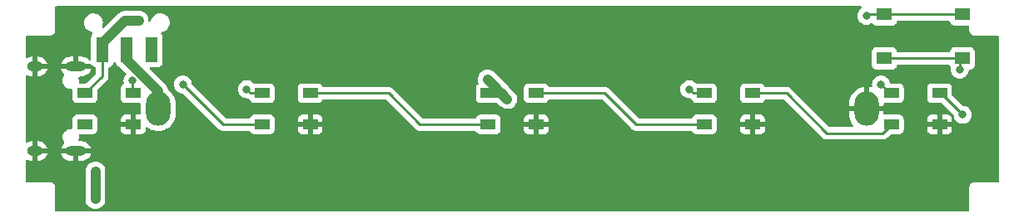
<source format=gbr>
%TF.GenerationSoftware,KiCad,Pcbnew,(6.0.0)*%
%TF.CreationDate,2022-06-19T19:27:42+02:00*%
%TF.ProjectId,PCBv2,50434276-322e-46b6-9963-61645f706362,rev?*%
%TF.SameCoordinates,Original*%
%TF.FileFunction,Copper,L1,Top*%
%TF.FilePolarity,Positive*%
%FSLAX46Y46*%
G04 Gerber Fmt 4.6, Leading zero omitted, Abs format (unit mm)*
G04 Created by KiCad (PCBNEW (6.0.0)) date 2022-06-19 19:27:42*
%MOMM*%
%LPD*%
G01*
G04 APERTURE LIST*
%TA.AperFunction,SMDPad,CuDef*%
%ADD10R,1.500000X1.000000*%
%TD*%
%TA.AperFunction,SMDPad,CuDef*%
%ADD11R,1.550000X1.300000*%
%TD*%
%TA.AperFunction,SMDPad,CuDef*%
%ADD12R,1.250000X2.500000*%
%TD*%
%TA.AperFunction,ComponentPad*%
%ADD13O,2.100000X1.000000*%
%TD*%
%TA.AperFunction,ComponentPad*%
%ADD14O,1.600000X1.000000*%
%TD*%
%TA.AperFunction,ComponentPad*%
%ADD15O,2.500000X3.500000*%
%TD*%
%TA.AperFunction,ViaPad*%
%ADD16C,0.800000*%
%TD*%
%TA.AperFunction,Conductor*%
%ADD17C,0.250000*%
%TD*%
%TA.AperFunction,Conductor*%
%ADD18C,1.000000*%
%TD*%
G04 APERTURE END LIST*
D10*
%TO.P,D3,1,VDD*%
%TO.N,+BATT*%
X106550000Y-54400000D03*
%TO.P,D3,2,DOUT*%
%TO.N,Net-(D3-Pad2)*%
X106550000Y-57600000D03*
%TO.P,D3,3,VSS*%
%TO.N,Earth*%
X111450000Y-57600000D03*
%TO.P,D3,4,DIN*%
%TO.N,Net-(D2-Pad2)*%
X111450000Y-54400000D03*
%TD*%
%TO.P,D2,1,VDD*%
%TO.N,+BATT*%
X128550000Y-54400000D03*
%TO.P,D2,2,DOUT*%
%TO.N,Net-(D2-Pad2)*%
X128550000Y-57600000D03*
%TO.P,D2,3,VSS*%
%TO.N,Earth*%
X133450000Y-57600000D03*
%TO.P,D2,4,DIN*%
%TO.N,Net-(D1-Pad2)*%
X133450000Y-54400000D03*
%TD*%
%TO.P,D4,1,VDD*%
%TO.N,+BATT*%
X83550000Y-54400000D03*
%TO.P,D4,2,DOUT*%
%TO.N,Net-(D4-Pad2)*%
X83550000Y-57600000D03*
%TO.P,D4,3,VSS*%
%TO.N,Earth*%
X88450000Y-57600000D03*
%TO.P,D4,4,DIN*%
%TO.N,Net-(D3-Pad2)*%
X88450000Y-54400000D03*
%TD*%
D11*
%TO.P,SW1,1,A*%
%TO.N,Net-(SW1-Pad1)*%
X154775000Y-50850000D03*
X146825000Y-50850000D03*
%TO.P,SW1,2,B*%
%TO.N,+BATT*%
X146825000Y-46350000D03*
X154775000Y-46350000D03*
%TD*%
D10*
%TO.P,D1,1,VDD*%
%TO.N,+BATT*%
X147550000Y-54400000D03*
%TO.P,D1,2,DOUT*%
%TO.N,Net-(D1-Pad2)*%
X147550000Y-57600000D03*
%TO.P,D1,3,VSS*%
%TO.N,Earth*%
X152450000Y-57600000D03*
%TO.P,D1,4,DIN*%
%TO.N,Net-(D1-Pad4)*%
X152450000Y-54400000D03*
%TD*%
%TO.P,D5,1,VDD*%
%TO.N,+BATT*%
X65550000Y-54400000D03*
%TO.P,D5,2,DOUT*%
%TO.N,unconnected-(D5-Pad2)*%
X65550000Y-57600000D03*
%TO.P,D5,3,VSS*%
%TO.N,Earth*%
X70450000Y-57600000D03*
%TO.P,D5,4,DIN*%
%TO.N,Net-(D4-Pad2)*%
X70450000Y-54400000D03*
%TD*%
D12*
%TO.P,SW2,1,A*%
%TO.N,unconnected-(SW2-Pad1)*%
X72300000Y-49950000D03*
%TO.P,SW2,2,B*%
%TO.N,Net-(BT1-Pad1)*%
X69800000Y-49950000D03*
%TO.P,SW2,3,C*%
%TO.N,+BATT*%
X67300000Y-49950000D03*
%TD*%
D13*
%TO.P,J1,S1,SHIELD*%
%TO.N,Earth*%
X64630000Y-51680000D03*
X64630000Y-60320000D03*
D14*
X60450000Y-51680000D03*
X60450000Y-60320000D03*
%TD*%
D15*
%TO.P,BT1,1,+*%
%TO.N,Net-(BT1-Pad1)*%
X73000000Y-56000000D03*
%TO.P,BT1,2,-*%
%TO.N,Earth*%
X145000000Y-56000000D03*
%TD*%
D16*
%TO.N,Earth*%
X70000000Y-61500000D03*
X70500000Y-59500000D03*
X157500000Y-55500000D03*
X151500000Y-64500000D03*
X150000000Y-55500000D03*
%TO.N,+BATT*%
X106500000Y-53000000D03*
X108500000Y-55000000D03*
X127000000Y-54000000D03*
X146500000Y-53500000D03*
X82000000Y-54000000D03*
X71000000Y-47000000D03*
X145000000Y-46500000D03*
%TO.N,+5V*%
X66600000Y-62400000D03*
X66600000Y-65200000D03*
%TO.N,Net-(D1-Pad4)*%
X154800000Y-56600000D03*
%TO.N,Net-(D4-Pad2)*%
X70372536Y-53127464D03*
X75500000Y-53500000D03*
%TO.N,Net-(SW1-Pad1)*%
X154500000Y-52000000D03*
%TD*%
D17*
%TO.N,Net-(D1-Pad2)*%
X136900000Y-54400000D02*
X133450000Y-54400000D01*
X146650000Y-58500000D02*
X141000000Y-58500000D01*
X147550000Y-57600000D02*
X146650000Y-58500000D01*
X141000000Y-58500000D02*
X136900000Y-54400000D01*
%TO.N,Net-(SW1-Pad1)*%
X154500000Y-51125000D02*
X154775000Y-50850000D01*
X154500000Y-52000000D02*
X154500000Y-51125000D01*
%TO.N,+BATT*%
X147400000Y-54400000D02*
X147550000Y-54400000D01*
X146500000Y-53500000D02*
X147400000Y-54400000D01*
D18*
X107900000Y-54400000D02*
X106550000Y-54400000D01*
X108500000Y-55000000D02*
X106500000Y-53000000D01*
X108500000Y-55000000D02*
X107900000Y-54400000D01*
%TO.N,Net-(BT1-Pad1)*%
X69800000Y-49950000D02*
X69800000Y-51000000D01*
X73000000Y-54200000D02*
X73000000Y-56000000D01*
X69800000Y-51000000D02*
X73000000Y-54200000D01*
D17*
%TO.N,+BATT*%
X128550000Y-54400000D02*
X127400000Y-54400000D01*
X145150000Y-46350000D02*
X145000000Y-46500000D01*
D18*
X67300000Y-49325000D02*
X69625000Y-47000000D01*
D17*
X154775000Y-46350000D02*
X146825000Y-46350000D01*
D18*
X67300000Y-49950000D02*
X67300000Y-49325000D01*
D17*
X67300000Y-52650000D02*
X67300000Y-49950000D01*
X83550000Y-54400000D02*
X82400000Y-54400000D01*
X65550000Y-54400000D02*
X67300000Y-52650000D01*
X127400000Y-54400000D02*
X127000000Y-54000000D01*
X82400000Y-54400000D02*
X82000000Y-54000000D01*
D18*
X69625000Y-47000000D02*
X71000000Y-47000000D01*
D17*
X146825000Y-46350000D02*
X145150000Y-46350000D01*
D18*
%TO.N,+5V*%
X66600000Y-62400000D02*
X66600000Y-65200000D01*
D17*
%TO.N,Net-(D1-Pad4)*%
X154800000Y-56600000D02*
X152600000Y-54400000D01*
X152600000Y-54400000D02*
X152450000Y-54400000D01*
%TO.N,Net-(D2-Pad2)*%
X121600000Y-57600000D02*
X118400000Y-54400000D01*
X128550000Y-57600000D02*
X121600000Y-57600000D01*
X118400000Y-54400000D02*
X111450000Y-54400000D01*
%TO.N,Net-(D3-Pad2)*%
X96400000Y-54400000D02*
X88450000Y-54400000D01*
X99600000Y-57600000D02*
X96400000Y-54400000D01*
X106550000Y-57600000D02*
X99600000Y-57600000D01*
%TO.N,Net-(D4-Pad2)*%
X70372536Y-54322536D02*
X70450000Y-54400000D01*
X70372536Y-53127464D02*
X70372536Y-54322536D01*
X79600000Y-57600000D02*
X75500000Y-53500000D01*
X83550000Y-57600000D02*
X79600000Y-57600000D01*
%TO.N,Net-(SW1-Pad1)*%
X154775000Y-50850000D02*
X146825000Y-50850000D01*
%TD*%
%TA.AperFunction,Conductor*%
%TO.N,Earth*%
G36*
X144500072Y-45528002D02*
G01*
X144546565Y-45581658D01*
X144556669Y-45651932D01*
X144527175Y-45716512D01*
X144506014Y-45735934D01*
X144388747Y-45821134D01*
X144260960Y-45963056D01*
X144165473Y-46128444D01*
X144106458Y-46310072D01*
X144086496Y-46500000D01*
X144106458Y-46689928D01*
X144165473Y-46871556D01*
X144260960Y-47036944D01*
X144265378Y-47041851D01*
X144265379Y-47041852D01*
X144371145Y-47159317D01*
X144388747Y-47178866D01*
X144543248Y-47291118D01*
X144549276Y-47293802D01*
X144549278Y-47293803D01*
X144711681Y-47366109D01*
X144717712Y-47368794D01*
X144802489Y-47386814D01*
X144898056Y-47407128D01*
X144898061Y-47407128D01*
X144904513Y-47408500D01*
X145095487Y-47408500D01*
X145101939Y-47407128D01*
X145101944Y-47407128D01*
X145197511Y-47386814D01*
X145282288Y-47368794D01*
X145288319Y-47366109D01*
X145450722Y-47293803D01*
X145450724Y-47293802D01*
X145456752Y-47291118D01*
X145470217Y-47281335D01*
X145537085Y-47257477D01*
X145606236Y-47273559D01*
X145645102Y-47307705D01*
X145686739Y-47363261D01*
X145803295Y-47450615D01*
X145939684Y-47501745D01*
X146001866Y-47508500D01*
X147648134Y-47508500D01*
X147710316Y-47501745D01*
X147846705Y-47450615D01*
X147963261Y-47363261D01*
X148050615Y-47246705D01*
X148101745Y-47110316D01*
X148103312Y-47095892D01*
X148130554Y-47030330D01*
X148188917Y-46989904D01*
X148228575Y-46983500D01*
X153371425Y-46983500D01*
X153439546Y-47003502D01*
X153486039Y-47057158D01*
X153496688Y-47095892D01*
X153498255Y-47110316D01*
X153549385Y-47246705D01*
X153636739Y-47363261D01*
X153753295Y-47450615D01*
X153889684Y-47501745D01*
X153951866Y-47508500D01*
X155366000Y-47508500D01*
X155434121Y-47528502D01*
X155480614Y-47582158D01*
X155492000Y-47634500D01*
X155492000Y-47991298D01*
X155491998Y-47992068D01*
X155491524Y-48069652D01*
X155493990Y-48078281D01*
X155493991Y-48078286D01*
X155499639Y-48098048D01*
X155503217Y-48114809D01*
X155506130Y-48135152D01*
X155506133Y-48135162D01*
X155507405Y-48144045D01*
X155518021Y-48167395D01*
X155524464Y-48184907D01*
X155531512Y-48209565D01*
X155547274Y-48234548D01*
X155555404Y-48249614D01*
X155567633Y-48276510D01*
X155584374Y-48295939D01*
X155595479Y-48310947D01*
X155609160Y-48332631D01*
X155615888Y-48338573D01*
X155631296Y-48352181D01*
X155643340Y-48364373D01*
X155662619Y-48386747D01*
X155670147Y-48391626D01*
X155670150Y-48391629D01*
X155684139Y-48400696D01*
X155699013Y-48411986D01*
X155718228Y-48428956D01*
X155726354Y-48432771D01*
X155726355Y-48432772D01*
X155732021Y-48435432D01*
X155744966Y-48441510D01*
X155759935Y-48449824D01*
X155784727Y-48465893D01*
X155801650Y-48470954D01*
X155809290Y-48473239D01*
X155826736Y-48479901D01*
X155849948Y-48490799D01*
X155879130Y-48495343D01*
X155895849Y-48499126D01*
X155915536Y-48505014D01*
X155915539Y-48505015D01*
X155924141Y-48507587D01*
X155933116Y-48507642D01*
X155933117Y-48507642D01*
X155939810Y-48507683D01*
X155958556Y-48507797D01*
X155959328Y-48507830D01*
X155960423Y-48508000D01*
X155991298Y-48508000D01*
X155992068Y-48508002D01*
X156065716Y-48508452D01*
X156065717Y-48508452D01*
X156069652Y-48508476D01*
X156070996Y-48508092D01*
X156072341Y-48508000D01*
X158366000Y-48508000D01*
X158434121Y-48528002D01*
X158480614Y-48581658D01*
X158492000Y-48634000D01*
X158492000Y-63366000D01*
X158471998Y-63434121D01*
X158418342Y-63480614D01*
X158366000Y-63492000D01*
X156008702Y-63492000D01*
X156007932Y-63491998D01*
X156007078Y-63491993D01*
X155930348Y-63491524D01*
X155921719Y-63493990D01*
X155921714Y-63493991D01*
X155901952Y-63499639D01*
X155885191Y-63503217D01*
X155864848Y-63506130D01*
X155864838Y-63506133D01*
X155855955Y-63507405D01*
X155832605Y-63518021D01*
X155815093Y-63524464D01*
X155807057Y-63526761D01*
X155790435Y-63531512D01*
X155765452Y-63547274D01*
X155750386Y-63555404D01*
X155723490Y-63567633D01*
X155704061Y-63584374D01*
X155689053Y-63595479D01*
X155667369Y-63609160D01*
X155661427Y-63615888D01*
X155647819Y-63631296D01*
X155635627Y-63643340D01*
X155613253Y-63662619D01*
X155608374Y-63670147D01*
X155608371Y-63670150D01*
X155599304Y-63684139D01*
X155588014Y-63699013D01*
X155571044Y-63718228D01*
X155558490Y-63744966D01*
X155550176Y-63759935D01*
X155534107Y-63784727D01*
X155531535Y-63793327D01*
X155526761Y-63809290D01*
X155520099Y-63826736D01*
X155509201Y-63849948D01*
X155504658Y-63879128D01*
X155500874Y-63895849D01*
X155494986Y-63915536D01*
X155494985Y-63915539D01*
X155492413Y-63924141D01*
X155492358Y-63933116D01*
X155492358Y-63933117D01*
X155492203Y-63958546D01*
X155492170Y-63959328D01*
X155492000Y-63960423D01*
X155492000Y-63991298D01*
X155491998Y-63992068D01*
X155491524Y-64069652D01*
X155491908Y-64070996D01*
X155492000Y-64072341D01*
X155492000Y-66366000D01*
X155471998Y-66434121D01*
X155418342Y-66480614D01*
X155366000Y-66492000D01*
X62634000Y-66492000D01*
X62565879Y-66471998D01*
X62519386Y-66418342D01*
X62508000Y-66366000D01*
X62508000Y-65249769D01*
X65591500Y-65249769D01*
X65591800Y-65252825D01*
X65591800Y-65252832D01*
X65592530Y-65260273D01*
X65605920Y-65396833D01*
X65663084Y-65586169D01*
X65755934Y-65760796D01*
X65826291Y-65847062D01*
X65877040Y-65909287D01*
X65877043Y-65909290D01*
X65880935Y-65914062D01*
X65885682Y-65917989D01*
X65885684Y-65917991D01*
X66028575Y-66036201D01*
X66028579Y-66036203D01*
X66033325Y-66040130D01*
X66207299Y-66134198D01*
X66396232Y-66192682D01*
X66402357Y-66193326D01*
X66402358Y-66193326D01*
X66586796Y-66212711D01*
X66586798Y-66212711D01*
X66592925Y-66213355D01*
X66675424Y-66205847D01*
X66783749Y-66195989D01*
X66783752Y-66195988D01*
X66789888Y-66195430D01*
X66795794Y-66193692D01*
X66795798Y-66193691D01*
X66900924Y-66162751D01*
X66979619Y-66139590D01*
X66985077Y-66136737D01*
X66985081Y-66136735D01*
X67075853Y-66089280D01*
X67154890Y-66047960D01*
X67309025Y-65924032D01*
X67436154Y-65772526D01*
X67439121Y-65767128D01*
X67439125Y-65767123D01*
X67528467Y-65604608D01*
X67531433Y-65599213D01*
X67533846Y-65591608D01*
X67589373Y-65416564D01*
X67589373Y-65416563D01*
X67591235Y-65410694D01*
X67608500Y-65256773D01*
X67608500Y-62350231D01*
X67607814Y-62343227D01*
X67594681Y-62209301D01*
X67594080Y-62203167D01*
X67536916Y-62013831D01*
X67444066Y-61839204D01*
X67373709Y-61752938D01*
X67322960Y-61690713D01*
X67322957Y-61690710D01*
X67319065Y-61685938D01*
X67312724Y-61680692D01*
X67171425Y-61563799D01*
X67171421Y-61563797D01*
X67166675Y-61559870D01*
X66992701Y-61465802D01*
X66803768Y-61407318D01*
X66797643Y-61406674D01*
X66797642Y-61406674D01*
X66613204Y-61387289D01*
X66613202Y-61387289D01*
X66607075Y-61386645D01*
X66524576Y-61394153D01*
X66416251Y-61404011D01*
X66416248Y-61404012D01*
X66410112Y-61404570D01*
X66404206Y-61406308D01*
X66404202Y-61406309D01*
X66299076Y-61437249D01*
X66220381Y-61460410D01*
X66214923Y-61463263D01*
X66214919Y-61463265D01*
X66124147Y-61510720D01*
X66045110Y-61552040D01*
X65890975Y-61675968D01*
X65763846Y-61827474D01*
X65760879Y-61832872D01*
X65760875Y-61832877D01*
X65757397Y-61839204D01*
X65668567Y-62000787D01*
X65666706Y-62006654D01*
X65666705Y-62006656D01*
X65610627Y-62183436D01*
X65608765Y-62189306D01*
X65591500Y-62343227D01*
X65591500Y-65249769D01*
X62508000Y-65249769D01*
X62508000Y-64008702D01*
X62508002Y-64007932D01*
X62508421Y-63939322D01*
X62508476Y-63930348D01*
X62506010Y-63921719D01*
X62506009Y-63921714D01*
X62500361Y-63901952D01*
X62496783Y-63885191D01*
X62493870Y-63864848D01*
X62493867Y-63864838D01*
X62492595Y-63855955D01*
X62481979Y-63832605D01*
X62475536Y-63815093D01*
X62470954Y-63799063D01*
X62468488Y-63790435D01*
X62452726Y-63765452D01*
X62444596Y-63750386D01*
X62432367Y-63723490D01*
X62415626Y-63704061D01*
X62404521Y-63689053D01*
X62395630Y-63674961D01*
X62390840Y-63667369D01*
X62368703Y-63647818D01*
X62356659Y-63635626D01*
X62343239Y-63620051D01*
X62343237Y-63620050D01*
X62337381Y-63613253D01*
X62329853Y-63608374D01*
X62329850Y-63608371D01*
X62315861Y-63599304D01*
X62300987Y-63588014D01*
X62288502Y-63576988D01*
X62281772Y-63571044D01*
X62273646Y-63567229D01*
X62273645Y-63567228D01*
X62267979Y-63564568D01*
X62255034Y-63558490D01*
X62240065Y-63550176D01*
X62215273Y-63534107D01*
X62190709Y-63526761D01*
X62173264Y-63520099D01*
X62168827Y-63518016D01*
X62150052Y-63509201D01*
X62120870Y-63504657D01*
X62104151Y-63500874D01*
X62084464Y-63494986D01*
X62084461Y-63494985D01*
X62075859Y-63492413D01*
X62066884Y-63492358D01*
X62066883Y-63492358D01*
X62060190Y-63492317D01*
X62041444Y-63492203D01*
X62040672Y-63492170D01*
X62039577Y-63492000D01*
X62008702Y-63492000D01*
X62007932Y-63491998D01*
X61934284Y-63491548D01*
X61934283Y-63491548D01*
X61930348Y-63491524D01*
X61929004Y-63491908D01*
X61927659Y-63492000D01*
X59634000Y-63492000D01*
X59565879Y-63471998D01*
X59519386Y-63418342D01*
X59508000Y-63366000D01*
X59508000Y-61330442D01*
X59528002Y-61262321D01*
X59581658Y-61215828D01*
X59651932Y-61205724D01*
X59694702Y-61220028D01*
X59745589Y-61248004D01*
X59756858Y-61252834D01*
X59933538Y-61308880D01*
X59945532Y-61311430D01*
X60089761Y-61327607D01*
X60096785Y-61328000D01*
X60177885Y-61328000D01*
X60193124Y-61323525D01*
X60194329Y-61322135D01*
X60196000Y-61314452D01*
X60196000Y-61309885D01*
X60704000Y-61309885D01*
X60708475Y-61325124D01*
X60709865Y-61326329D01*
X60717548Y-61328000D01*
X60796657Y-61328000D01*
X60802805Y-61327699D01*
X60940603Y-61314188D01*
X60952638Y-61311805D01*
X61130076Y-61258233D01*
X61141416Y-61253559D01*
X61305077Y-61166540D01*
X61315294Y-61159751D01*
X61458933Y-61042603D01*
X61467637Y-61033959D01*
X61585784Y-60891144D01*
X61592644Y-60880973D01*
X61680804Y-60717924D01*
X61685556Y-60706619D01*
X61721250Y-60591308D01*
X61721331Y-60585768D01*
X63107425Y-60585768D01*
X63139138Y-60693521D01*
X63143731Y-60704889D01*
X63229607Y-60869154D01*
X63236321Y-60879415D01*
X63352468Y-61023873D01*
X63361046Y-61032632D01*
X63503039Y-61151778D01*
X63513159Y-61158708D01*
X63675585Y-61248002D01*
X63686858Y-61252834D01*
X63863538Y-61308880D01*
X63875532Y-61311430D01*
X64019761Y-61327607D01*
X64026785Y-61328000D01*
X64357885Y-61328000D01*
X64373124Y-61323525D01*
X64374329Y-61322135D01*
X64376000Y-61314452D01*
X64376000Y-61309885D01*
X64884000Y-61309885D01*
X64888475Y-61325124D01*
X64889865Y-61326329D01*
X64897548Y-61328000D01*
X65226657Y-61328000D01*
X65232805Y-61327699D01*
X65370603Y-61314188D01*
X65382638Y-61311805D01*
X65560076Y-61258233D01*
X65571416Y-61253559D01*
X65735077Y-61166540D01*
X65745294Y-61159751D01*
X65888933Y-61042603D01*
X65897637Y-61033959D01*
X66015784Y-60891144D01*
X66022644Y-60880973D01*
X66110804Y-60717924D01*
X66115556Y-60706619D01*
X66151250Y-60591308D01*
X66151456Y-60577205D01*
X66144701Y-60574000D01*
X64902115Y-60574000D01*
X64886876Y-60578475D01*
X64885671Y-60579865D01*
X64884000Y-60587548D01*
X64884000Y-61309885D01*
X64376000Y-61309885D01*
X64376000Y-60592115D01*
X64371525Y-60576876D01*
X64370135Y-60575671D01*
X64362452Y-60574000D01*
X63122076Y-60574000D01*
X63108545Y-60577973D01*
X63107425Y-60585768D01*
X61721331Y-60585768D01*
X61721456Y-60577205D01*
X61714701Y-60574000D01*
X60722115Y-60574000D01*
X60706876Y-60578475D01*
X60705671Y-60579865D01*
X60704000Y-60587548D01*
X60704000Y-61309885D01*
X60196000Y-61309885D01*
X60196000Y-60047885D01*
X60704000Y-60047885D01*
X60708475Y-60063124D01*
X60709865Y-60064329D01*
X60717548Y-60066000D01*
X61707924Y-60066000D01*
X61718839Y-60062795D01*
X63108544Y-60062795D01*
X63115299Y-60066000D01*
X66137924Y-60066000D01*
X66151455Y-60062027D01*
X66152575Y-60054232D01*
X66120862Y-59946479D01*
X66116269Y-59935111D01*
X66030393Y-59770846D01*
X66023679Y-59760585D01*
X65907532Y-59616127D01*
X65898954Y-59607368D01*
X65756961Y-59488222D01*
X65746841Y-59481292D01*
X65584415Y-59391998D01*
X65573142Y-59387166D01*
X65396462Y-59331120D01*
X65384468Y-59328570D01*
X65240239Y-59312393D01*
X65233215Y-59312000D01*
X65015023Y-59312000D01*
X64946902Y-59291998D01*
X64900409Y-59238342D01*
X64890305Y-59168068D01*
X64898034Y-59139208D01*
X64903708Y-59125022D01*
X64907530Y-59115466D01*
X64908644Y-59108738D01*
X64908645Y-59108734D01*
X64935993Y-58943539D01*
X64935993Y-58943536D01*
X64937108Y-58936802D01*
X64936586Y-58926827D01*
X64927987Y-58762769D01*
X64927630Y-58755953D01*
X64926858Y-58753151D01*
X64935527Y-58684198D01*
X64981062Y-58629726D01*
X65051051Y-58608500D01*
X66348134Y-58608500D01*
X66410316Y-58601745D01*
X66546705Y-58550615D01*
X66663261Y-58463261D01*
X66750615Y-58346705D01*
X66801745Y-58210316D01*
X66808500Y-58148134D01*
X66808500Y-58144669D01*
X69192001Y-58144669D01*
X69192371Y-58151490D01*
X69197895Y-58202352D01*
X69201521Y-58217604D01*
X69246676Y-58338054D01*
X69255214Y-58353649D01*
X69331715Y-58455724D01*
X69344276Y-58468285D01*
X69446351Y-58544786D01*
X69461946Y-58553324D01*
X69582394Y-58598478D01*
X69597649Y-58602105D01*
X69648514Y-58607631D01*
X69655328Y-58608000D01*
X70177885Y-58608000D01*
X70193124Y-58603525D01*
X70194329Y-58602135D01*
X70196000Y-58594452D01*
X70196000Y-57872115D01*
X70191525Y-57856876D01*
X70190135Y-57855671D01*
X70182452Y-57854000D01*
X69210116Y-57854000D01*
X69194877Y-57858475D01*
X69193672Y-57859865D01*
X69192001Y-57867548D01*
X69192001Y-58144669D01*
X66808500Y-58144669D01*
X66808500Y-57327885D01*
X69192000Y-57327885D01*
X69196475Y-57343124D01*
X69197865Y-57344329D01*
X69205548Y-57346000D01*
X70177885Y-57346000D01*
X70193124Y-57341525D01*
X70194329Y-57340135D01*
X70196000Y-57332452D01*
X70196000Y-56610116D01*
X70191525Y-56594877D01*
X70190135Y-56593672D01*
X70182452Y-56592001D01*
X69655331Y-56592001D01*
X69648510Y-56592371D01*
X69597648Y-56597895D01*
X69582396Y-56601521D01*
X69461946Y-56646676D01*
X69446351Y-56655214D01*
X69344276Y-56731715D01*
X69331715Y-56744276D01*
X69255214Y-56846351D01*
X69246676Y-56861946D01*
X69201522Y-56982394D01*
X69197895Y-56997649D01*
X69192369Y-57048514D01*
X69192000Y-57055328D01*
X69192000Y-57327885D01*
X66808500Y-57327885D01*
X66808500Y-57051866D01*
X66801745Y-56989684D01*
X66750615Y-56853295D01*
X66663261Y-56736739D01*
X66546705Y-56649385D01*
X66410316Y-56598255D01*
X66348134Y-56591500D01*
X64751866Y-56591500D01*
X64689684Y-56598255D01*
X64553295Y-56649385D01*
X64436739Y-56736739D01*
X64349385Y-56853295D01*
X64298255Y-56989684D01*
X64291500Y-57051866D01*
X64291500Y-57930500D01*
X64271498Y-57998621D01*
X64217842Y-58045114D01*
X64165500Y-58056500D01*
X64054756Y-58056500D01*
X63919963Y-58071143D01*
X63801810Y-58110906D01*
X63754796Y-58126728D01*
X63754794Y-58126729D01*
X63748325Y-58128906D01*
X63593095Y-58222177D01*
X63588138Y-58226865D01*
X63588135Y-58226867D01*
X63466473Y-58341918D01*
X63461515Y-58346607D01*
X63457683Y-58352245D01*
X63457680Y-58352249D01*
X63387358Y-58455724D01*
X63359723Y-58496388D01*
X63292470Y-58664534D01*
X63291356Y-58671262D01*
X63291355Y-58671266D01*
X63277335Y-58755953D01*
X63262892Y-58843198D01*
X63263249Y-58850015D01*
X63263249Y-58850019D01*
X63270230Y-58983207D01*
X63272370Y-59024047D01*
X63274181Y-59030620D01*
X63274181Y-59030623D01*
X63301808Y-59130922D01*
X63320461Y-59198641D01*
X63404922Y-59358836D01*
X63409327Y-59364049D01*
X63409330Y-59364053D01*
X63427694Y-59385783D01*
X63456386Y-59450724D01*
X63445413Y-59520868D01*
X63411092Y-59564754D01*
X63371067Y-59597397D01*
X63362363Y-59606041D01*
X63244216Y-59748856D01*
X63237356Y-59759027D01*
X63149196Y-59922076D01*
X63144444Y-59933381D01*
X63108750Y-60048692D01*
X63108544Y-60062795D01*
X61718839Y-60062795D01*
X61721455Y-60062027D01*
X61722575Y-60054232D01*
X61690862Y-59946479D01*
X61686269Y-59935111D01*
X61600393Y-59770846D01*
X61593679Y-59760585D01*
X61477532Y-59616127D01*
X61468954Y-59607368D01*
X61326961Y-59488222D01*
X61316841Y-59481292D01*
X61154415Y-59391998D01*
X61143142Y-59387166D01*
X60966462Y-59331120D01*
X60954468Y-59328570D01*
X60810239Y-59312393D01*
X60803215Y-59312000D01*
X60722115Y-59312000D01*
X60706876Y-59316475D01*
X60705671Y-59317865D01*
X60704000Y-59325548D01*
X60704000Y-60047885D01*
X60196000Y-60047885D01*
X60196000Y-59330115D01*
X60191525Y-59314876D01*
X60190135Y-59313671D01*
X60182452Y-59312000D01*
X60103343Y-59312000D01*
X60097195Y-59312301D01*
X59959397Y-59325812D01*
X59947362Y-59328195D01*
X59769924Y-59381767D01*
X59758584Y-59386441D01*
X59693153Y-59421231D01*
X59623616Y-59435550D01*
X59557375Y-59410002D01*
X59515462Y-59352697D01*
X59508000Y-59309979D01*
X59508000Y-52690442D01*
X59528002Y-52622321D01*
X59581658Y-52575828D01*
X59651932Y-52565724D01*
X59694702Y-52580028D01*
X59745589Y-52608004D01*
X59756858Y-52612834D01*
X59933538Y-52668880D01*
X59945532Y-52671430D01*
X60089761Y-52687607D01*
X60096785Y-52688000D01*
X60177885Y-52688000D01*
X60193124Y-52683525D01*
X60194329Y-52682135D01*
X60196000Y-52674452D01*
X60196000Y-52669885D01*
X60704000Y-52669885D01*
X60708475Y-52685124D01*
X60709865Y-52686329D01*
X60717548Y-52688000D01*
X60796657Y-52688000D01*
X60802805Y-52687699D01*
X60940603Y-52674188D01*
X60952638Y-52671805D01*
X61130076Y-52618233D01*
X61141416Y-52613559D01*
X61305077Y-52526540D01*
X61315294Y-52519751D01*
X61458933Y-52402603D01*
X61467637Y-52393959D01*
X61585784Y-52251144D01*
X61592644Y-52240973D01*
X61680804Y-52077924D01*
X61685556Y-52066619D01*
X61721250Y-51951308D01*
X61721331Y-51945768D01*
X63107425Y-51945768D01*
X63139138Y-52053521D01*
X63143731Y-52064889D01*
X63229607Y-52229154D01*
X63236321Y-52239415D01*
X63352468Y-52383873D01*
X63361045Y-52392632D01*
X63413110Y-52436319D01*
X63452436Y-52495428D01*
X63453563Y-52566416D01*
X63436331Y-52603663D01*
X63359723Y-52716388D01*
X63292470Y-52884534D01*
X63291356Y-52891262D01*
X63291355Y-52891266D01*
X63268206Y-53031100D01*
X63262892Y-53063198D01*
X63263249Y-53070015D01*
X63263249Y-53070019D01*
X63269349Y-53186413D01*
X63272370Y-53244047D01*
X63274181Y-53250620D01*
X63274181Y-53250623D01*
X63292572Y-53317392D01*
X63320461Y-53418641D01*
X63404922Y-53578836D01*
X63409327Y-53584049D01*
X63409330Y-53584053D01*
X63517406Y-53711943D01*
X63517410Y-53711947D01*
X63521813Y-53717157D01*
X63527237Y-53721304D01*
X63527238Y-53721305D01*
X63660257Y-53823006D01*
X63660261Y-53823009D01*
X63665678Y-53827150D01*
X63742132Y-53862801D01*
X63823631Y-53900805D01*
X63823634Y-53900806D01*
X63829808Y-53903685D01*
X63836456Y-53905171D01*
X63836459Y-53905172D01*
X63920088Y-53923865D01*
X64006543Y-53943190D01*
X64012088Y-53943500D01*
X64145244Y-53943500D01*
X64148649Y-53943130D01*
X64148651Y-53943130D01*
X64151896Y-53942778D01*
X64221778Y-53955308D01*
X64273792Y-54003630D01*
X64291500Y-54068041D01*
X64291500Y-54948134D01*
X64298255Y-55010316D01*
X64349385Y-55146705D01*
X64436739Y-55263261D01*
X64553295Y-55350615D01*
X64689684Y-55401745D01*
X64751866Y-55408500D01*
X66348134Y-55408500D01*
X66410316Y-55401745D01*
X66546705Y-55350615D01*
X66663261Y-55263261D01*
X66750615Y-55146705D01*
X66801745Y-55010316D01*
X66808500Y-54948134D01*
X66808500Y-54089595D01*
X66828502Y-54021474D01*
X66845405Y-54000499D01*
X67261852Y-53584053D01*
X67692258Y-53153647D01*
X67700537Y-53146113D01*
X67707018Y-53142000D01*
X67753644Y-53092348D01*
X67756398Y-53089507D01*
X67776135Y-53069770D01*
X67778615Y-53066573D01*
X67786320Y-53057551D01*
X67811159Y-53031100D01*
X67816586Y-53025321D01*
X67820405Y-53018375D01*
X67820407Y-53018372D01*
X67826348Y-53007566D01*
X67837199Y-52991047D01*
X67838486Y-52989388D01*
X67849614Y-52975041D01*
X67852759Y-52967772D01*
X67852762Y-52967768D01*
X67867174Y-52934463D01*
X67872391Y-52923813D01*
X67893695Y-52885060D01*
X67898733Y-52865437D01*
X67905137Y-52846734D01*
X67910033Y-52835420D01*
X67910033Y-52835419D01*
X67913181Y-52828145D01*
X67914420Y-52820322D01*
X67914423Y-52820312D01*
X67920099Y-52784476D01*
X67922505Y-52772856D01*
X67931528Y-52737711D01*
X67931528Y-52737710D01*
X67933500Y-52730030D01*
X67933500Y-52709776D01*
X67935051Y-52690065D01*
X67936980Y-52677886D01*
X67938220Y-52670057D01*
X67934059Y-52626038D01*
X67933500Y-52614181D01*
X67933500Y-51824493D01*
X67953502Y-51756372D01*
X68007158Y-51709879D01*
X68028763Y-51702457D01*
X68035316Y-51701745D01*
X68042711Y-51698973D01*
X68042714Y-51698972D01*
X68163297Y-51653767D01*
X68171705Y-51650615D01*
X68288261Y-51563261D01*
X68375615Y-51446705D01*
X68426745Y-51310316D01*
X68427539Y-51303010D01*
X68462635Y-51241576D01*
X68525590Y-51208756D01*
X68596295Y-51215182D01*
X68652302Y-51258814D01*
X68672454Y-51302940D01*
X68673255Y-51310316D01*
X68724385Y-51446705D01*
X68811739Y-51563261D01*
X68928295Y-51650615D01*
X68936703Y-51653767D01*
X69047380Y-51695258D01*
X69083465Y-51716155D01*
X69116262Y-51743287D01*
X69125042Y-51751277D01*
X69705674Y-52331909D01*
X69739700Y-52394221D01*
X69734635Y-52465036D01*
X69710217Y-52505313D01*
X69633496Y-52590520D01*
X69586566Y-52671805D01*
X69557528Y-52722101D01*
X69538009Y-52755908D01*
X69478994Y-52937536D01*
X69478304Y-52944097D01*
X69478304Y-52944099D01*
X69465431Y-53066581D01*
X69459032Y-53127464D01*
X69459722Y-53134029D01*
X69478225Y-53310072D01*
X69478994Y-53317392D01*
X69481034Y-53323669D01*
X69482407Y-53330130D01*
X69480834Y-53330464D01*
X69482625Y-53393312D01*
X69445958Y-53454108D01*
X69436332Y-53462098D01*
X69336739Y-53536739D01*
X69249385Y-53653295D01*
X69198255Y-53789684D01*
X69191500Y-53851866D01*
X69191500Y-54948134D01*
X69198255Y-55010316D01*
X69249385Y-55146705D01*
X69336739Y-55263261D01*
X69453295Y-55350615D01*
X69589684Y-55401745D01*
X69651866Y-55408500D01*
X71115500Y-55408500D01*
X71183621Y-55428502D01*
X71230114Y-55482158D01*
X71241500Y-55534500D01*
X71241500Y-56466000D01*
X71221498Y-56534121D01*
X71167842Y-56580614D01*
X71115500Y-56592000D01*
X70722115Y-56592000D01*
X70706876Y-56596475D01*
X70705671Y-56597865D01*
X70704000Y-56605548D01*
X70704000Y-58589884D01*
X70708475Y-58605123D01*
X70709865Y-58606328D01*
X70717548Y-58607999D01*
X71244669Y-58607999D01*
X71251490Y-58607629D01*
X71302352Y-58602105D01*
X71317604Y-58598479D01*
X71438054Y-58553324D01*
X71453649Y-58544786D01*
X71555724Y-58468285D01*
X71568285Y-58455724D01*
X71644786Y-58353649D01*
X71653324Y-58338054D01*
X71698478Y-58217606D01*
X71702105Y-58202351D01*
X71707631Y-58151486D01*
X71708000Y-58144672D01*
X71708000Y-57984780D01*
X71728002Y-57916659D01*
X71781658Y-57870166D01*
X71851932Y-57860062D01*
X71905819Y-57881253D01*
X71935135Y-57901590D01*
X72078471Y-58001026D01*
X72104991Y-58019424D01*
X72109181Y-58021490D01*
X72109184Y-58021492D01*
X72335219Y-58132960D01*
X72335222Y-58132961D01*
X72339407Y-58135025D01*
X72343850Y-58136447D01*
X72343852Y-58136448D01*
X72522693Y-58193695D01*
X72588335Y-58214707D01*
X72846307Y-58256721D01*
X72960058Y-58258210D01*
X73102978Y-58260081D01*
X73102981Y-58260081D01*
X73107655Y-58260142D01*
X73366638Y-58224896D01*
X73374842Y-58222505D01*
X73443983Y-58202352D01*
X73617567Y-58151757D01*
X73653862Y-58135025D01*
X73685570Y-58120407D01*
X73854928Y-58042332D01*
X73931320Y-57992247D01*
X74069596Y-57901590D01*
X74069601Y-57901586D01*
X74073509Y-57899024D01*
X74268506Y-57724982D01*
X74435637Y-57524030D01*
X74544682Y-57344329D01*
X74568804Y-57304578D01*
X74568806Y-57304574D01*
X74571229Y-57300581D01*
X74672303Y-57059545D01*
X74736641Y-56806217D01*
X74758500Y-56589133D01*
X74758500Y-55433646D01*
X74758118Y-55428502D01*
X74744407Y-55244000D01*
X74744406Y-55243996D01*
X74744061Y-55239348D01*
X74735408Y-55201105D01*
X74691064Y-55005138D01*
X74686377Y-54984423D01*
X74681698Y-54972390D01*
X74593340Y-54745176D01*
X74593339Y-54745173D01*
X74591647Y-54740823D01*
X74461951Y-54513902D01*
X74300138Y-54308643D01*
X74109763Y-54129557D01*
X74045877Y-54085237D01*
X74001307Y-54029973D01*
X73996429Y-54013569D01*
X73996108Y-54013662D01*
X73996087Y-54013591D01*
X73996087Y-54013587D01*
X73995887Y-54012899D01*
X73994462Y-54007061D01*
X73994080Y-54003167D01*
X73990034Y-53989764D01*
X73986454Y-53977907D01*
X73967218Y-53914194D01*
X73966862Y-53912994D01*
X73940909Y-53823663D01*
X73938455Y-53818929D01*
X73936916Y-53813831D01*
X73934021Y-53808386D01*
X73893316Y-53731831D01*
X73892702Y-53730663D01*
X73852726Y-53653541D01*
X73852725Y-53653540D01*
X73849892Y-53648074D01*
X73846569Y-53643911D01*
X73844066Y-53639204D01*
X73835291Y-53628444D01*
X73785263Y-53567105D01*
X73784500Y-53566160D01*
X73753261Y-53527027D01*
X73750770Y-53524536D01*
X73750120Y-53523809D01*
X73746408Y-53519463D01*
X73730534Y-53500000D01*
X74586496Y-53500000D01*
X74587186Y-53506564D01*
X74587186Y-53506565D01*
X74603485Y-53661638D01*
X74606458Y-53689928D01*
X74665473Y-53871556D01*
X74668776Y-53877278D01*
X74668777Y-53877279D01*
X74682360Y-53900805D01*
X74760960Y-54036944D01*
X74765378Y-54041851D01*
X74765379Y-54041852D01*
X74841946Y-54126888D01*
X74888747Y-54178866D01*
X75043248Y-54291118D01*
X75049276Y-54293802D01*
X75049278Y-54293803D01*
X75209799Y-54365271D01*
X75217712Y-54368794D01*
X75311112Y-54388647D01*
X75398056Y-54407128D01*
X75398061Y-54407128D01*
X75404513Y-54408500D01*
X75460406Y-54408500D01*
X75528527Y-54428502D01*
X75549501Y-54445405D01*
X79096343Y-57992247D01*
X79103887Y-58000537D01*
X79108000Y-58007018D01*
X79113777Y-58012443D01*
X79157667Y-58053658D01*
X79160509Y-58056413D01*
X79180231Y-58076135D01*
X79183352Y-58078556D01*
X79183359Y-58078562D01*
X79183424Y-58078612D01*
X79192445Y-58086317D01*
X79224679Y-58116586D01*
X79231627Y-58120405D01*
X79231629Y-58120407D01*
X79242432Y-58126346D01*
X79258959Y-58137202D01*
X79268698Y-58144757D01*
X79268700Y-58144758D01*
X79274960Y-58149614D01*
X79315540Y-58167174D01*
X79326186Y-58172390D01*
X79364940Y-58193695D01*
X79372616Y-58195666D01*
X79372619Y-58195667D01*
X79384562Y-58198733D01*
X79403266Y-58205137D01*
X79403269Y-58205138D01*
X79421855Y-58213181D01*
X79429678Y-58214420D01*
X79429688Y-58214423D01*
X79465524Y-58220099D01*
X79477144Y-58222505D01*
X79512289Y-58231528D01*
X79519970Y-58233500D01*
X79540224Y-58233500D01*
X79559934Y-58235051D01*
X79579943Y-58238220D01*
X79587835Y-58237474D01*
X79623961Y-58234059D01*
X79635819Y-58233500D01*
X82219618Y-58233500D01*
X82287739Y-58253502D01*
X82334232Y-58307158D01*
X82337599Y-58315269D01*
X82346231Y-58338293D01*
X82349385Y-58346705D01*
X82436739Y-58463261D01*
X82553295Y-58550615D01*
X82689684Y-58601745D01*
X82751866Y-58608500D01*
X84348134Y-58608500D01*
X84410316Y-58601745D01*
X84546705Y-58550615D01*
X84663261Y-58463261D01*
X84750615Y-58346705D01*
X84801745Y-58210316D01*
X84808500Y-58148134D01*
X84808500Y-58144669D01*
X87192001Y-58144669D01*
X87192371Y-58151490D01*
X87197895Y-58202352D01*
X87201521Y-58217604D01*
X87246676Y-58338054D01*
X87255214Y-58353649D01*
X87331715Y-58455724D01*
X87344276Y-58468285D01*
X87446351Y-58544786D01*
X87461946Y-58553324D01*
X87582394Y-58598478D01*
X87597649Y-58602105D01*
X87648514Y-58607631D01*
X87655328Y-58608000D01*
X88177885Y-58608000D01*
X88193124Y-58603525D01*
X88194329Y-58602135D01*
X88196000Y-58594452D01*
X88196000Y-58589884D01*
X88704000Y-58589884D01*
X88708475Y-58605123D01*
X88709865Y-58606328D01*
X88717548Y-58607999D01*
X89244669Y-58607999D01*
X89251490Y-58607629D01*
X89302352Y-58602105D01*
X89317604Y-58598479D01*
X89438054Y-58553324D01*
X89453649Y-58544786D01*
X89555724Y-58468285D01*
X89568285Y-58455724D01*
X89644786Y-58353649D01*
X89653324Y-58338054D01*
X89698478Y-58217606D01*
X89702105Y-58202351D01*
X89707631Y-58151486D01*
X89708000Y-58144672D01*
X89708000Y-57872115D01*
X89703525Y-57856876D01*
X89702135Y-57855671D01*
X89694452Y-57854000D01*
X88722115Y-57854000D01*
X88706876Y-57858475D01*
X88705671Y-57859865D01*
X88704000Y-57867548D01*
X88704000Y-58589884D01*
X88196000Y-58589884D01*
X88196000Y-57872115D01*
X88191525Y-57856876D01*
X88190135Y-57855671D01*
X88182452Y-57854000D01*
X87210116Y-57854000D01*
X87194877Y-57858475D01*
X87193672Y-57859865D01*
X87192001Y-57867548D01*
X87192001Y-58144669D01*
X84808500Y-58144669D01*
X84808500Y-57327885D01*
X87192000Y-57327885D01*
X87196475Y-57343124D01*
X87197865Y-57344329D01*
X87205548Y-57346000D01*
X88177885Y-57346000D01*
X88193124Y-57341525D01*
X88194329Y-57340135D01*
X88196000Y-57332452D01*
X88196000Y-57327885D01*
X88704000Y-57327885D01*
X88708475Y-57343124D01*
X88709865Y-57344329D01*
X88717548Y-57346000D01*
X89689884Y-57346000D01*
X89705123Y-57341525D01*
X89706328Y-57340135D01*
X89707999Y-57332452D01*
X89707999Y-57055331D01*
X89707629Y-57048510D01*
X89702105Y-56997648D01*
X89698479Y-56982396D01*
X89653324Y-56861946D01*
X89644786Y-56846351D01*
X89568285Y-56744276D01*
X89555724Y-56731715D01*
X89453649Y-56655214D01*
X89438054Y-56646676D01*
X89317606Y-56601522D01*
X89302351Y-56597895D01*
X89251486Y-56592369D01*
X89244672Y-56592000D01*
X88722115Y-56592000D01*
X88706876Y-56596475D01*
X88705671Y-56597865D01*
X88704000Y-56605548D01*
X88704000Y-57327885D01*
X88196000Y-57327885D01*
X88196000Y-56610116D01*
X88191525Y-56594877D01*
X88190135Y-56593672D01*
X88182452Y-56592001D01*
X87655331Y-56592001D01*
X87648510Y-56592371D01*
X87597648Y-56597895D01*
X87582396Y-56601521D01*
X87461946Y-56646676D01*
X87446351Y-56655214D01*
X87344276Y-56731715D01*
X87331715Y-56744276D01*
X87255214Y-56846351D01*
X87246676Y-56861946D01*
X87201522Y-56982394D01*
X87197895Y-56997649D01*
X87192369Y-57048514D01*
X87192000Y-57055328D01*
X87192000Y-57327885D01*
X84808500Y-57327885D01*
X84808500Y-57051866D01*
X84801745Y-56989684D01*
X84750615Y-56853295D01*
X84663261Y-56736739D01*
X84546705Y-56649385D01*
X84410316Y-56598255D01*
X84348134Y-56591500D01*
X82751866Y-56591500D01*
X82689684Y-56598255D01*
X82553295Y-56649385D01*
X82436739Y-56736739D01*
X82349385Y-56853295D01*
X82346233Y-56861703D01*
X82346231Y-56861707D01*
X82337599Y-56884731D01*
X82294957Y-56941495D01*
X82228395Y-56966194D01*
X82219618Y-56966500D01*
X79914594Y-56966500D01*
X79846473Y-56946498D01*
X79825499Y-56929595D01*
X76895905Y-54000000D01*
X81086496Y-54000000D01*
X81106458Y-54189928D01*
X81165473Y-54371556D01*
X81168776Y-54377278D01*
X81168777Y-54377279D01*
X81186803Y-54408500D01*
X81260960Y-54536944D01*
X81388747Y-54678866D01*
X81543248Y-54791118D01*
X81549276Y-54793802D01*
X81549278Y-54793803D01*
X81711681Y-54866109D01*
X81717712Y-54868794D01*
X81811112Y-54888647D01*
X81898056Y-54907128D01*
X81898061Y-54907128D01*
X81904513Y-54908500D01*
X81977620Y-54908500D01*
X82038331Y-54924091D01*
X82042441Y-54926351D01*
X82058956Y-54937199D01*
X82074959Y-54949613D01*
X82115543Y-54967176D01*
X82126173Y-54972383D01*
X82164940Y-54993695D01*
X82172617Y-54995666D01*
X82172622Y-54995668D01*
X82184558Y-54998732D01*
X82203266Y-55005137D01*
X82221855Y-55013181D01*
X82229680Y-55014420D01*
X82229689Y-55014423D01*
X82231718Y-55014744D01*
X82233179Y-55015437D01*
X82237297Y-55016633D01*
X82237104Y-55017297D01*
X82295870Y-55045157D01*
X82329987Y-55094962D01*
X82349385Y-55146705D01*
X82436739Y-55263261D01*
X82553295Y-55350615D01*
X82689684Y-55401745D01*
X82751866Y-55408500D01*
X84348134Y-55408500D01*
X84410316Y-55401745D01*
X84546705Y-55350615D01*
X84663261Y-55263261D01*
X84750615Y-55146705D01*
X84801745Y-55010316D01*
X84808500Y-54948134D01*
X87191500Y-54948134D01*
X87198255Y-55010316D01*
X87249385Y-55146705D01*
X87336739Y-55263261D01*
X87453295Y-55350615D01*
X87589684Y-55401745D01*
X87651866Y-55408500D01*
X89248134Y-55408500D01*
X89310316Y-55401745D01*
X89446705Y-55350615D01*
X89563261Y-55263261D01*
X89650615Y-55146705D01*
X89653769Y-55138293D01*
X89662401Y-55115269D01*
X89705043Y-55058505D01*
X89771605Y-55033806D01*
X89780382Y-55033500D01*
X96085406Y-55033500D01*
X96153527Y-55053502D01*
X96174501Y-55070405D01*
X99096343Y-57992247D01*
X99103887Y-58000537D01*
X99108000Y-58007018D01*
X99113777Y-58012443D01*
X99157667Y-58053658D01*
X99160509Y-58056413D01*
X99180230Y-58076134D01*
X99183425Y-58078612D01*
X99192446Y-58086317D01*
X99224679Y-58116586D01*
X99235858Y-58122732D01*
X99242432Y-58126346D01*
X99258956Y-58137199D01*
X99274959Y-58149613D01*
X99315543Y-58167176D01*
X99326173Y-58172383D01*
X99364940Y-58193695D01*
X99372617Y-58195666D01*
X99372622Y-58195668D01*
X99384558Y-58198732D01*
X99403266Y-58205137D01*
X99421855Y-58213181D01*
X99429680Y-58214420D01*
X99429682Y-58214421D01*
X99465519Y-58220097D01*
X99477140Y-58222504D01*
X99512289Y-58231528D01*
X99519970Y-58233500D01*
X99540231Y-58233500D01*
X99559940Y-58235051D01*
X99579943Y-58238219D01*
X99587835Y-58237473D01*
X99593062Y-58236979D01*
X99623954Y-58234059D01*
X99635811Y-58233500D01*
X105219618Y-58233500D01*
X105287739Y-58253502D01*
X105334232Y-58307158D01*
X105337599Y-58315269D01*
X105346231Y-58338293D01*
X105349385Y-58346705D01*
X105436739Y-58463261D01*
X105553295Y-58550615D01*
X105689684Y-58601745D01*
X105751866Y-58608500D01*
X107348134Y-58608500D01*
X107410316Y-58601745D01*
X107546705Y-58550615D01*
X107663261Y-58463261D01*
X107750615Y-58346705D01*
X107801745Y-58210316D01*
X107808500Y-58148134D01*
X107808500Y-58144669D01*
X110192001Y-58144669D01*
X110192371Y-58151490D01*
X110197895Y-58202352D01*
X110201521Y-58217604D01*
X110246676Y-58338054D01*
X110255214Y-58353649D01*
X110331715Y-58455724D01*
X110344276Y-58468285D01*
X110446351Y-58544786D01*
X110461946Y-58553324D01*
X110582394Y-58598478D01*
X110597649Y-58602105D01*
X110648514Y-58607631D01*
X110655328Y-58608000D01*
X111177885Y-58608000D01*
X111193124Y-58603525D01*
X111194329Y-58602135D01*
X111196000Y-58594452D01*
X111196000Y-58589884D01*
X111704000Y-58589884D01*
X111708475Y-58605123D01*
X111709865Y-58606328D01*
X111717548Y-58607999D01*
X112244669Y-58607999D01*
X112251490Y-58607629D01*
X112302352Y-58602105D01*
X112317604Y-58598479D01*
X112438054Y-58553324D01*
X112453649Y-58544786D01*
X112555724Y-58468285D01*
X112568285Y-58455724D01*
X112644786Y-58353649D01*
X112653324Y-58338054D01*
X112698478Y-58217606D01*
X112702105Y-58202351D01*
X112707631Y-58151486D01*
X112708000Y-58144672D01*
X112708000Y-57872115D01*
X112703525Y-57856876D01*
X112702135Y-57855671D01*
X112694452Y-57854000D01*
X111722115Y-57854000D01*
X111706876Y-57858475D01*
X111705671Y-57859865D01*
X111704000Y-57867548D01*
X111704000Y-58589884D01*
X111196000Y-58589884D01*
X111196000Y-57872115D01*
X111191525Y-57856876D01*
X111190135Y-57855671D01*
X111182452Y-57854000D01*
X110210116Y-57854000D01*
X110194877Y-57858475D01*
X110193672Y-57859865D01*
X110192001Y-57867548D01*
X110192001Y-58144669D01*
X107808500Y-58144669D01*
X107808500Y-57327885D01*
X110192000Y-57327885D01*
X110196475Y-57343124D01*
X110197865Y-57344329D01*
X110205548Y-57346000D01*
X111177885Y-57346000D01*
X111193124Y-57341525D01*
X111194329Y-57340135D01*
X111196000Y-57332452D01*
X111196000Y-57327885D01*
X111704000Y-57327885D01*
X111708475Y-57343124D01*
X111709865Y-57344329D01*
X111717548Y-57346000D01*
X112689884Y-57346000D01*
X112705123Y-57341525D01*
X112706328Y-57340135D01*
X112707999Y-57332452D01*
X112707999Y-57055331D01*
X112707629Y-57048510D01*
X112702105Y-56997648D01*
X112698479Y-56982396D01*
X112653324Y-56861946D01*
X112644786Y-56846351D01*
X112568285Y-56744276D01*
X112555724Y-56731715D01*
X112453649Y-56655214D01*
X112438054Y-56646676D01*
X112317606Y-56601522D01*
X112302351Y-56597895D01*
X112251486Y-56592369D01*
X112244672Y-56592000D01*
X111722115Y-56592000D01*
X111706876Y-56596475D01*
X111705671Y-56597865D01*
X111704000Y-56605548D01*
X111704000Y-57327885D01*
X111196000Y-57327885D01*
X111196000Y-56610116D01*
X111191525Y-56594877D01*
X111190135Y-56593672D01*
X111182452Y-56592001D01*
X110655331Y-56592001D01*
X110648510Y-56592371D01*
X110597648Y-56597895D01*
X110582396Y-56601521D01*
X110461946Y-56646676D01*
X110446351Y-56655214D01*
X110344276Y-56731715D01*
X110331715Y-56744276D01*
X110255214Y-56846351D01*
X110246676Y-56861946D01*
X110201522Y-56982394D01*
X110197895Y-56997649D01*
X110192369Y-57048514D01*
X110192000Y-57055328D01*
X110192000Y-57327885D01*
X107808500Y-57327885D01*
X107808500Y-57051866D01*
X107801745Y-56989684D01*
X107750615Y-56853295D01*
X107663261Y-56736739D01*
X107546705Y-56649385D01*
X107410316Y-56598255D01*
X107348134Y-56591500D01*
X105751866Y-56591500D01*
X105689684Y-56598255D01*
X105553295Y-56649385D01*
X105436739Y-56736739D01*
X105349385Y-56853295D01*
X105346233Y-56861703D01*
X105346231Y-56861707D01*
X105337599Y-56884731D01*
X105294957Y-56941495D01*
X105228395Y-56966194D01*
X105219618Y-56966500D01*
X99914595Y-56966500D01*
X99846474Y-56946498D01*
X99825500Y-56929595D01*
X97844039Y-54948134D01*
X105291500Y-54948134D01*
X105298255Y-55010316D01*
X105349385Y-55146705D01*
X105436739Y-55263261D01*
X105553295Y-55350615D01*
X105689684Y-55401745D01*
X105751866Y-55408500D01*
X107430076Y-55408500D01*
X107498197Y-55428502D01*
X107519171Y-55445405D01*
X107822075Y-55748309D01*
X107936261Y-55842103D01*
X107941694Y-55845016D01*
X108083655Y-55921134D01*
X108110563Y-55935562D01*
X108219219Y-55968782D01*
X108293800Y-55991584D01*
X108293802Y-55991584D01*
X108299698Y-55993387D01*
X108357551Y-55999264D01*
X108490334Y-56012752D01*
X108490339Y-56012752D01*
X108496462Y-56013374D01*
X108620525Y-56001646D01*
X108687229Y-55995341D01*
X108687231Y-55995341D01*
X108693362Y-55994761D01*
X108788129Y-55966510D01*
X108876993Y-55940019D01*
X108876995Y-55940018D01*
X108882896Y-55938259D01*
X109057846Y-55846018D01*
X109098913Y-55812763D01*
X109206757Y-55725432D01*
X109206758Y-55725431D01*
X109211547Y-55721553D01*
X109338146Y-55569604D01*
X109432822Y-55395959D01*
X109462393Y-55301596D01*
X109490122Y-55213114D01*
X109490123Y-55213111D01*
X109491965Y-55207232D01*
X109497760Y-55153891D01*
X109512659Y-55016736D01*
X109512659Y-55016732D01*
X109513324Y-55010611D01*
X109507858Y-54948134D01*
X110191500Y-54948134D01*
X110198255Y-55010316D01*
X110249385Y-55146705D01*
X110336739Y-55263261D01*
X110453295Y-55350615D01*
X110589684Y-55401745D01*
X110651866Y-55408500D01*
X112248134Y-55408500D01*
X112310316Y-55401745D01*
X112446705Y-55350615D01*
X112563261Y-55263261D01*
X112650615Y-55146705D01*
X112653769Y-55138293D01*
X112662401Y-55115269D01*
X112705043Y-55058505D01*
X112771605Y-55033806D01*
X112780382Y-55033500D01*
X118085406Y-55033500D01*
X118153527Y-55053502D01*
X118174501Y-55070405D01*
X121096343Y-57992247D01*
X121103887Y-58000537D01*
X121108000Y-58007018D01*
X121113777Y-58012443D01*
X121157667Y-58053658D01*
X121160509Y-58056413D01*
X121180230Y-58076134D01*
X121183425Y-58078612D01*
X121192446Y-58086317D01*
X121224679Y-58116586D01*
X121235858Y-58122732D01*
X121242432Y-58126346D01*
X121258956Y-58137199D01*
X121274959Y-58149613D01*
X121315543Y-58167176D01*
X121326173Y-58172383D01*
X121364940Y-58193695D01*
X121372617Y-58195666D01*
X121372622Y-58195668D01*
X121384558Y-58198732D01*
X121403266Y-58205137D01*
X121421855Y-58213181D01*
X121429680Y-58214420D01*
X121429682Y-58214421D01*
X121465519Y-58220097D01*
X121477140Y-58222504D01*
X121512289Y-58231528D01*
X121519970Y-58233500D01*
X121540231Y-58233500D01*
X121559940Y-58235051D01*
X121579943Y-58238219D01*
X121587835Y-58237473D01*
X121593062Y-58236979D01*
X121623954Y-58234059D01*
X121635811Y-58233500D01*
X127219618Y-58233500D01*
X127287739Y-58253502D01*
X127334232Y-58307158D01*
X127337599Y-58315269D01*
X127346231Y-58338293D01*
X127349385Y-58346705D01*
X127436739Y-58463261D01*
X127553295Y-58550615D01*
X127689684Y-58601745D01*
X127751866Y-58608500D01*
X129348134Y-58608500D01*
X129410316Y-58601745D01*
X129546705Y-58550615D01*
X129663261Y-58463261D01*
X129750615Y-58346705D01*
X129801745Y-58210316D01*
X129808500Y-58148134D01*
X129808500Y-58144669D01*
X132192001Y-58144669D01*
X132192371Y-58151490D01*
X132197895Y-58202352D01*
X132201521Y-58217604D01*
X132246676Y-58338054D01*
X132255214Y-58353649D01*
X132331715Y-58455724D01*
X132344276Y-58468285D01*
X132446351Y-58544786D01*
X132461946Y-58553324D01*
X132582394Y-58598478D01*
X132597649Y-58602105D01*
X132648514Y-58607631D01*
X132655328Y-58608000D01*
X133177885Y-58608000D01*
X133193124Y-58603525D01*
X133194329Y-58602135D01*
X133196000Y-58594452D01*
X133196000Y-58589884D01*
X133704000Y-58589884D01*
X133708475Y-58605123D01*
X133709865Y-58606328D01*
X133717548Y-58607999D01*
X134244669Y-58607999D01*
X134251490Y-58607629D01*
X134302352Y-58602105D01*
X134317604Y-58598479D01*
X134438054Y-58553324D01*
X134453649Y-58544786D01*
X134555724Y-58468285D01*
X134568285Y-58455724D01*
X134644786Y-58353649D01*
X134653324Y-58338054D01*
X134698478Y-58217606D01*
X134702105Y-58202351D01*
X134707631Y-58151486D01*
X134708000Y-58144672D01*
X134708000Y-57872115D01*
X134703525Y-57856876D01*
X134702135Y-57855671D01*
X134694452Y-57854000D01*
X133722115Y-57854000D01*
X133706876Y-57858475D01*
X133705671Y-57859865D01*
X133704000Y-57867548D01*
X133704000Y-58589884D01*
X133196000Y-58589884D01*
X133196000Y-57872115D01*
X133191525Y-57856876D01*
X133190135Y-57855671D01*
X133182452Y-57854000D01*
X132210116Y-57854000D01*
X132194877Y-57858475D01*
X132193672Y-57859865D01*
X132192001Y-57867548D01*
X132192001Y-58144669D01*
X129808500Y-58144669D01*
X129808500Y-57327885D01*
X132192000Y-57327885D01*
X132196475Y-57343124D01*
X132197865Y-57344329D01*
X132205548Y-57346000D01*
X133177885Y-57346000D01*
X133193124Y-57341525D01*
X133194329Y-57340135D01*
X133196000Y-57332452D01*
X133196000Y-57327885D01*
X133704000Y-57327885D01*
X133708475Y-57343124D01*
X133709865Y-57344329D01*
X133717548Y-57346000D01*
X134689884Y-57346000D01*
X134705123Y-57341525D01*
X134706328Y-57340135D01*
X134707999Y-57332452D01*
X134707999Y-57055331D01*
X134707629Y-57048510D01*
X134702105Y-56997648D01*
X134698479Y-56982396D01*
X134653324Y-56861946D01*
X134644786Y-56846351D01*
X134568285Y-56744276D01*
X134555724Y-56731715D01*
X134453649Y-56655214D01*
X134438054Y-56646676D01*
X134317606Y-56601522D01*
X134302351Y-56597895D01*
X134251486Y-56592369D01*
X134244672Y-56592000D01*
X133722115Y-56592000D01*
X133706876Y-56596475D01*
X133705671Y-56597865D01*
X133704000Y-56605548D01*
X133704000Y-57327885D01*
X133196000Y-57327885D01*
X133196000Y-56610116D01*
X133191525Y-56594877D01*
X133190135Y-56593672D01*
X133182452Y-56592001D01*
X132655331Y-56592001D01*
X132648510Y-56592371D01*
X132597648Y-56597895D01*
X132582396Y-56601521D01*
X132461946Y-56646676D01*
X132446351Y-56655214D01*
X132344276Y-56731715D01*
X132331715Y-56744276D01*
X132255214Y-56846351D01*
X132246676Y-56861946D01*
X132201522Y-56982394D01*
X132197895Y-56997649D01*
X132192369Y-57048514D01*
X132192000Y-57055328D01*
X132192000Y-57327885D01*
X129808500Y-57327885D01*
X129808500Y-57051866D01*
X129801745Y-56989684D01*
X129750615Y-56853295D01*
X129663261Y-56736739D01*
X129546705Y-56649385D01*
X129410316Y-56598255D01*
X129348134Y-56591500D01*
X127751866Y-56591500D01*
X127689684Y-56598255D01*
X127553295Y-56649385D01*
X127436739Y-56736739D01*
X127349385Y-56853295D01*
X127346233Y-56861703D01*
X127346231Y-56861707D01*
X127337599Y-56884731D01*
X127294957Y-56941495D01*
X127228395Y-56966194D01*
X127219618Y-56966500D01*
X121914595Y-56966500D01*
X121846474Y-56946498D01*
X121825500Y-56929595D01*
X118903652Y-54007747D01*
X118896602Y-54000000D01*
X126086496Y-54000000D01*
X126106458Y-54189928D01*
X126165473Y-54371556D01*
X126168776Y-54377278D01*
X126168777Y-54377279D01*
X126186803Y-54408500D01*
X126260960Y-54536944D01*
X126388747Y-54678866D01*
X126543248Y-54791118D01*
X126549276Y-54793802D01*
X126549278Y-54793803D01*
X126711681Y-54866109D01*
X126717712Y-54868794D01*
X126811112Y-54888647D01*
X126898056Y-54907128D01*
X126898061Y-54907128D01*
X126904513Y-54908500D01*
X126977620Y-54908500D01*
X127038331Y-54924091D01*
X127042441Y-54926351D01*
X127058956Y-54937199D01*
X127074959Y-54949613D01*
X127115543Y-54967176D01*
X127126173Y-54972383D01*
X127164940Y-54993695D01*
X127172617Y-54995666D01*
X127172622Y-54995668D01*
X127184558Y-54998732D01*
X127203266Y-55005137D01*
X127221855Y-55013181D01*
X127229680Y-55014420D01*
X127229689Y-55014423D01*
X127231718Y-55014744D01*
X127233179Y-55015437D01*
X127237297Y-55016633D01*
X127237104Y-55017297D01*
X127295870Y-55045157D01*
X127329987Y-55094962D01*
X127349385Y-55146705D01*
X127436739Y-55263261D01*
X127553295Y-55350615D01*
X127689684Y-55401745D01*
X127751866Y-55408500D01*
X129348134Y-55408500D01*
X129410316Y-55401745D01*
X129546705Y-55350615D01*
X129663261Y-55263261D01*
X129750615Y-55146705D01*
X129801745Y-55010316D01*
X129808500Y-54948134D01*
X132191500Y-54948134D01*
X132198255Y-55010316D01*
X132249385Y-55146705D01*
X132336739Y-55263261D01*
X132453295Y-55350615D01*
X132589684Y-55401745D01*
X132651866Y-55408500D01*
X134248134Y-55408500D01*
X134310316Y-55401745D01*
X134446705Y-55350615D01*
X134563261Y-55263261D01*
X134650615Y-55146705D01*
X134653769Y-55138293D01*
X134662401Y-55115269D01*
X134705043Y-55058505D01*
X134771605Y-55033806D01*
X134780382Y-55033500D01*
X136585406Y-55033500D01*
X136653527Y-55053502D01*
X136674501Y-55070405D01*
X140496343Y-58892247D01*
X140503887Y-58900537D01*
X140508000Y-58907018D01*
X140513777Y-58912443D01*
X140557667Y-58953658D01*
X140560509Y-58956413D01*
X140580231Y-58976135D01*
X140583355Y-58978558D01*
X140583359Y-58978562D01*
X140583424Y-58978612D01*
X140592445Y-58986317D01*
X140624679Y-59016586D01*
X140631627Y-59020405D01*
X140631629Y-59020407D01*
X140642432Y-59026346D01*
X140658959Y-59037202D01*
X140668698Y-59044757D01*
X140668700Y-59044758D01*
X140674960Y-59049614D01*
X140715540Y-59067174D01*
X140726188Y-59072391D01*
X140750976Y-59086018D01*
X140764940Y-59093695D01*
X140772616Y-59095666D01*
X140772619Y-59095667D01*
X140784562Y-59098733D01*
X140803266Y-59105137D01*
X140811579Y-59108734D01*
X140821855Y-59113181D01*
X140829678Y-59114420D01*
X140829688Y-59114423D01*
X140865524Y-59120099D01*
X140877144Y-59122505D01*
X140908959Y-59130673D01*
X140919970Y-59133500D01*
X140940224Y-59133500D01*
X140959934Y-59135051D01*
X140979943Y-59138220D01*
X140987835Y-59137474D01*
X141006580Y-59135702D01*
X141023962Y-59134059D01*
X141035819Y-59133500D01*
X146571233Y-59133500D01*
X146582416Y-59134027D01*
X146589909Y-59135702D01*
X146597835Y-59135453D01*
X146597836Y-59135453D01*
X146657986Y-59133562D01*
X146661945Y-59133500D01*
X146689856Y-59133500D01*
X146693791Y-59133003D01*
X146693856Y-59132995D01*
X146705693Y-59132062D01*
X146737951Y-59131048D01*
X146741970Y-59130922D01*
X146749889Y-59130673D01*
X146769343Y-59125021D01*
X146788700Y-59121013D01*
X146800930Y-59119468D01*
X146800931Y-59119468D01*
X146808797Y-59118474D01*
X146816168Y-59115555D01*
X146816170Y-59115555D01*
X146849912Y-59102196D01*
X146861142Y-59098351D01*
X146895983Y-59088229D01*
X146895984Y-59088229D01*
X146903593Y-59086018D01*
X146910412Y-59081985D01*
X146910417Y-59081983D01*
X146921028Y-59075707D01*
X146938776Y-59067012D01*
X146957617Y-59059552D01*
X146993387Y-59033564D01*
X147003307Y-59027048D01*
X147034535Y-59008580D01*
X147034538Y-59008578D01*
X147041362Y-59004542D01*
X147055683Y-58990221D01*
X147070717Y-58977380D01*
X147072431Y-58976135D01*
X147087107Y-58965472D01*
X147115298Y-58931395D01*
X147123288Y-58922616D01*
X147400499Y-58645405D01*
X147462811Y-58611379D01*
X147489594Y-58608500D01*
X148348134Y-58608500D01*
X148410316Y-58601745D01*
X148546705Y-58550615D01*
X148663261Y-58463261D01*
X148750615Y-58346705D01*
X148801745Y-58210316D01*
X148808500Y-58148134D01*
X148808500Y-58144669D01*
X151192001Y-58144669D01*
X151192371Y-58151490D01*
X151197895Y-58202352D01*
X151201521Y-58217604D01*
X151246676Y-58338054D01*
X151255214Y-58353649D01*
X151331715Y-58455724D01*
X151344276Y-58468285D01*
X151446351Y-58544786D01*
X151461946Y-58553324D01*
X151582394Y-58598478D01*
X151597649Y-58602105D01*
X151648514Y-58607631D01*
X151655328Y-58608000D01*
X152177885Y-58608000D01*
X152193124Y-58603525D01*
X152194329Y-58602135D01*
X152196000Y-58594452D01*
X152196000Y-58589884D01*
X152704000Y-58589884D01*
X152708475Y-58605123D01*
X152709865Y-58606328D01*
X152717548Y-58607999D01*
X153244669Y-58607999D01*
X153251490Y-58607629D01*
X153302352Y-58602105D01*
X153317604Y-58598479D01*
X153438054Y-58553324D01*
X153453649Y-58544786D01*
X153555724Y-58468285D01*
X153568285Y-58455724D01*
X153644786Y-58353649D01*
X153653324Y-58338054D01*
X153698478Y-58217606D01*
X153702105Y-58202351D01*
X153707631Y-58151486D01*
X153708000Y-58144672D01*
X153708000Y-57872115D01*
X153703525Y-57856876D01*
X153702135Y-57855671D01*
X153694452Y-57854000D01*
X152722115Y-57854000D01*
X152706876Y-57858475D01*
X152705671Y-57859865D01*
X152704000Y-57867548D01*
X152704000Y-58589884D01*
X152196000Y-58589884D01*
X152196000Y-57872115D01*
X152191525Y-57856876D01*
X152190135Y-57855671D01*
X152182452Y-57854000D01*
X151210116Y-57854000D01*
X151194877Y-57858475D01*
X151193672Y-57859865D01*
X151192001Y-57867548D01*
X151192001Y-58144669D01*
X148808500Y-58144669D01*
X148808500Y-57327885D01*
X151192000Y-57327885D01*
X151196475Y-57343124D01*
X151197865Y-57344329D01*
X151205548Y-57346000D01*
X152177885Y-57346000D01*
X152193124Y-57341525D01*
X152194329Y-57340135D01*
X152196000Y-57332452D01*
X152196000Y-57327885D01*
X152704000Y-57327885D01*
X152708475Y-57343124D01*
X152709865Y-57344329D01*
X152717548Y-57346000D01*
X153689884Y-57346000D01*
X153705123Y-57341525D01*
X153706328Y-57340135D01*
X153707999Y-57332452D01*
X153707999Y-57055331D01*
X153707629Y-57048510D01*
X153702105Y-56997648D01*
X153698479Y-56982396D01*
X153653324Y-56861946D01*
X153644786Y-56846351D01*
X153568285Y-56744276D01*
X153555724Y-56731715D01*
X153453649Y-56655214D01*
X153438054Y-56646676D01*
X153317606Y-56601522D01*
X153302351Y-56597895D01*
X153251486Y-56592369D01*
X153244672Y-56592000D01*
X152722115Y-56592000D01*
X152706876Y-56596475D01*
X152705671Y-56597865D01*
X152704000Y-56605548D01*
X152704000Y-57327885D01*
X152196000Y-57327885D01*
X152196000Y-56610116D01*
X152191525Y-56594877D01*
X152190135Y-56593672D01*
X152182452Y-56592001D01*
X151655331Y-56592001D01*
X151648510Y-56592371D01*
X151597648Y-56597895D01*
X151582396Y-56601521D01*
X151461946Y-56646676D01*
X151446351Y-56655214D01*
X151344276Y-56731715D01*
X151331715Y-56744276D01*
X151255214Y-56846351D01*
X151246676Y-56861946D01*
X151201522Y-56982394D01*
X151197895Y-56997649D01*
X151192369Y-57048514D01*
X151192000Y-57055328D01*
X151192000Y-57327885D01*
X148808500Y-57327885D01*
X148808500Y-57051866D01*
X148801745Y-56989684D01*
X148750615Y-56853295D01*
X148663261Y-56736739D01*
X148546705Y-56649385D01*
X148410316Y-56598255D01*
X148348134Y-56591500D01*
X146884000Y-56591500D01*
X146815879Y-56571498D01*
X146769386Y-56517842D01*
X146758000Y-56465500D01*
X146758000Y-56272115D01*
X146753525Y-56256876D01*
X146752135Y-56255671D01*
X146744452Y-56254000D01*
X143260115Y-56254000D01*
X143244876Y-56258475D01*
X143243671Y-56259865D01*
X143242000Y-56267548D01*
X143242000Y-56563998D01*
X143242173Y-56568673D01*
X143256088Y-56755926D01*
X143257464Y-56765132D01*
X143313071Y-57010874D01*
X143315795Y-57019785D01*
X143407112Y-57254608D01*
X143411123Y-57263017D01*
X143536146Y-57481760D01*
X143541357Y-57489486D01*
X143677745Y-57662494D01*
X143704210Y-57728374D01*
X143690857Y-57798103D01*
X143641925Y-57849544D01*
X143578795Y-57866500D01*
X141314594Y-57866500D01*
X141246473Y-57846498D01*
X141225499Y-57829595D01*
X139328554Y-55932649D01*
X139123790Y-55727885D01*
X143242000Y-55727885D01*
X143246475Y-55743124D01*
X143247865Y-55744329D01*
X143255548Y-55746000D01*
X144727885Y-55746000D01*
X144743124Y-55741525D01*
X144744329Y-55740135D01*
X144746000Y-55732452D01*
X144746000Y-55727885D01*
X145254000Y-55727885D01*
X145258475Y-55743124D01*
X145259865Y-55744329D01*
X145267548Y-55746000D01*
X146739885Y-55746000D01*
X146755124Y-55741525D01*
X146756329Y-55740135D01*
X146758000Y-55732452D01*
X146758000Y-55534500D01*
X146778002Y-55466379D01*
X146831658Y-55419886D01*
X146884000Y-55408500D01*
X148348134Y-55408500D01*
X148410316Y-55401745D01*
X148546705Y-55350615D01*
X148663261Y-55263261D01*
X148750615Y-55146705D01*
X148801745Y-55010316D01*
X148808500Y-54948134D01*
X151191500Y-54948134D01*
X151198255Y-55010316D01*
X151249385Y-55146705D01*
X151336739Y-55263261D01*
X151453295Y-55350615D01*
X151589684Y-55401745D01*
X151651866Y-55408500D01*
X152660406Y-55408500D01*
X152728527Y-55428502D01*
X152749501Y-55445405D01*
X153852878Y-56548783D01*
X153886904Y-56611095D01*
X153889093Y-56624706D01*
X153906458Y-56789928D01*
X153965473Y-56971556D01*
X154060960Y-57136944D01*
X154065378Y-57141851D01*
X154065379Y-57141852D01*
X154184325Y-57273955D01*
X154188747Y-57278866D01*
X154343248Y-57391118D01*
X154349276Y-57393802D01*
X154349278Y-57393803D01*
X154511681Y-57466109D01*
X154517712Y-57468794D01*
X154611112Y-57488647D01*
X154698056Y-57507128D01*
X154698061Y-57507128D01*
X154704513Y-57508500D01*
X154895487Y-57508500D01*
X154901939Y-57507128D01*
X154901944Y-57507128D01*
X154988888Y-57488647D01*
X155082288Y-57468794D01*
X155088319Y-57466109D01*
X155250722Y-57393803D01*
X155250724Y-57393802D01*
X155256752Y-57391118D01*
X155411253Y-57278866D01*
X155415675Y-57273955D01*
X155534621Y-57141852D01*
X155534622Y-57141851D01*
X155539040Y-57136944D01*
X155634527Y-56971556D01*
X155693542Y-56789928D01*
X155699661Y-56731715D01*
X155712814Y-56606565D01*
X155713504Y-56600000D01*
X155693542Y-56410072D01*
X155634527Y-56228444D01*
X155539040Y-56063056D01*
X155474687Y-55991584D01*
X155415675Y-55926045D01*
X155415674Y-55926044D01*
X155411253Y-55921134D01*
X155256752Y-55808882D01*
X155250724Y-55806198D01*
X155250722Y-55806197D01*
X155088319Y-55733891D01*
X155088318Y-55733891D01*
X155082288Y-55731206D01*
X154988888Y-55711353D01*
X154901944Y-55692872D01*
X154901939Y-55692872D01*
X154895487Y-55691500D01*
X154839594Y-55691500D01*
X154771473Y-55671498D01*
X154750499Y-55654595D01*
X153745405Y-54649500D01*
X153711379Y-54587188D01*
X153708500Y-54560405D01*
X153708500Y-53851866D01*
X153701745Y-53789684D01*
X153650615Y-53653295D01*
X153563261Y-53536739D01*
X153446705Y-53449385D01*
X153310316Y-53398255D01*
X153248134Y-53391500D01*
X151651866Y-53391500D01*
X151589684Y-53398255D01*
X151453295Y-53449385D01*
X151336739Y-53536739D01*
X151249385Y-53653295D01*
X151198255Y-53789684D01*
X151191500Y-53851866D01*
X151191500Y-54948134D01*
X148808500Y-54948134D01*
X148808500Y-53851866D01*
X148801745Y-53789684D01*
X148750615Y-53653295D01*
X148663261Y-53536739D01*
X148546705Y-53449385D01*
X148410316Y-53398255D01*
X148348134Y-53391500D01*
X147511544Y-53391500D01*
X147443423Y-53371498D01*
X147396930Y-53317842D01*
X147391711Y-53304437D01*
X147359791Y-53206197D01*
X147334527Y-53128444D01*
X147313990Y-53092872D01*
X147293597Y-53057551D01*
X147239040Y-52963056D01*
X147151145Y-52865438D01*
X147115675Y-52826045D01*
X147115674Y-52826044D01*
X147111253Y-52821134D01*
X146975805Y-52722725D01*
X146962094Y-52712763D01*
X146962093Y-52712762D01*
X146956752Y-52708882D01*
X146950724Y-52706198D01*
X146950722Y-52706197D01*
X146788319Y-52633891D01*
X146788318Y-52633891D01*
X146782288Y-52631206D01*
X146673132Y-52608004D01*
X146601944Y-52592872D01*
X146601939Y-52592872D01*
X146595487Y-52591500D01*
X146404513Y-52591500D01*
X146398061Y-52592872D01*
X146398056Y-52592872D01*
X146326868Y-52608004D01*
X146217712Y-52631206D01*
X146211682Y-52633891D01*
X146211681Y-52633891D01*
X146049278Y-52706197D01*
X146049276Y-52706198D01*
X146043248Y-52708882D01*
X146037907Y-52712762D01*
X146037906Y-52712763D01*
X146024195Y-52722725D01*
X145888747Y-52821134D01*
X145884326Y-52826044D01*
X145884325Y-52826045D01*
X145848856Y-52865438D01*
X145760960Y-52963056D01*
X145706403Y-53057551D01*
X145686011Y-53092872D01*
X145665473Y-53128444D01*
X145606458Y-53310072D01*
X145605768Y-53316633D01*
X145605768Y-53316635D01*
X145604779Y-53326045D01*
X145586496Y-53500000D01*
X145602080Y-53648267D01*
X145603485Y-53661638D01*
X145590713Y-53731477D01*
X145542211Y-53783323D01*
X145473378Y-53800718D01*
X145439764Y-53794811D01*
X145416014Y-53787209D01*
X145406924Y-53785027D01*
X145271880Y-53763033D01*
X145258286Y-53764729D01*
X145254000Y-53778839D01*
X145254000Y-55727885D01*
X144746000Y-55727885D01*
X144746000Y-53778394D01*
X144741982Y-53764710D01*
X144728290Y-53762689D01*
X144638096Y-53774964D01*
X144628978Y-53776902D01*
X144387098Y-53847404D01*
X144378367Y-53850667D01*
X144149558Y-53956151D01*
X144141406Y-53960670D01*
X143930709Y-54098808D01*
X143923304Y-54104491D01*
X143735346Y-54272249D01*
X143728861Y-54278965D01*
X143567761Y-54472666D01*
X143562346Y-54480258D01*
X143431646Y-54695646D01*
X143427408Y-54703963D01*
X143329981Y-54936299D01*
X143327020Y-54945149D01*
X143265006Y-55189331D01*
X143263384Y-55198528D01*
X143242316Y-55407753D01*
X143242000Y-55414045D01*
X143242000Y-55727885D01*
X139123790Y-55727885D01*
X137403652Y-54007747D01*
X137396112Y-53999461D01*
X137392000Y-53992982D01*
X137342348Y-53946356D01*
X137339507Y-53943602D01*
X137319770Y-53923865D01*
X137316573Y-53921385D01*
X137307551Y-53913680D01*
X137307468Y-53913602D01*
X137275321Y-53883414D01*
X137268375Y-53879595D01*
X137268372Y-53879593D01*
X137257566Y-53873652D01*
X137241047Y-53862801D01*
X137231354Y-53855283D01*
X137225041Y-53850386D01*
X137217772Y-53847241D01*
X137217768Y-53847238D01*
X137184463Y-53832826D01*
X137173813Y-53827609D01*
X137135060Y-53806305D01*
X137125281Y-53803794D01*
X137115438Y-53801267D01*
X137096734Y-53794863D01*
X137085420Y-53789967D01*
X137085419Y-53789967D01*
X137078145Y-53786819D01*
X137070322Y-53785580D01*
X137070312Y-53785577D01*
X137034476Y-53779901D01*
X137022856Y-53777495D01*
X136987711Y-53768472D01*
X136987710Y-53768472D01*
X136980030Y-53766500D01*
X136959776Y-53766500D01*
X136940065Y-53764949D01*
X136927886Y-53763020D01*
X136920057Y-53761780D01*
X136912165Y-53762526D01*
X136876039Y-53765941D01*
X136864181Y-53766500D01*
X134780382Y-53766500D01*
X134712261Y-53746498D01*
X134665768Y-53692842D01*
X134662401Y-53684731D01*
X134653769Y-53661707D01*
X134653767Y-53661703D01*
X134650615Y-53653295D01*
X134563261Y-53536739D01*
X134446705Y-53449385D01*
X134310316Y-53398255D01*
X134248134Y-53391500D01*
X132651866Y-53391500D01*
X132589684Y-53398255D01*
X132453295Y-53449385D01*
X132336739Y-53536739D01*
X132249385Y-53653295D01*
X132198255Y-53789684D01*
X132191500Y-53851866D01*
X132191500Y-54948134D01*
X129808500Y-54948134D01*
X129808500Y-53851866D01*
X129801745Y-53789684D01*
X129750615Y-53653295D01*
X129663261Y-53536739D01*
X129546705Y-53449385D01*
X129410316Y-53398255D01*
X129348134Y-53391500D01*
X127751866Y-53391500D01*
X127747194Y-53392008D01*
X127745587Y-53392182D01*
X127675705Y-53379650D01*
X127638352Y-53351231D01*
X127611253Y-53321134D01*
X127456752Y-53208882D01*
X127450724Y-53206198D01*
X127450722Y-53206197D01*
X127288319Y-53133891D01*
X127288318Y-53133891D01*
X127282288Y-53131206D01*
X127188887Y-53111353D01*
X127101944Y-53092872D01*
X127101939Y-53092872D01*
X127095487Y-53091500D01*
X126904513Y-53091500D01*
X126898061Y-53092872D01*
X126898056Y-53092872D01*
X126811113Y-53111353D01*
X126717712Y-53131206D01*
X126711682Y-53133891D01*
X126711681Y-53133891D01*
X126549278Y-53206197D01*
X126549276Y-53206198D01*
X126543248Y-53208882D01*
X126388747Y-53321134D01*
X126384329Y-53326041D01*
X126384325Y-53326045D01*
X126293907Y-53426465D01*
X126260960Y-53463056D01*
X126165473Y-53628444D01*
X126106458Y-53810072D01*
X126105768Y-53816633D01*
X126105768Y-53816635D01*
X126095577Y-53913602D01*
X126086496Y-54000000D01*
X118896602Y-54000000D01*
X118896112Y-53999461D01*
X118892000Y-53992982D01*
X118842348Y-53946356D01*
X118839507Y-53943602D01*
X118819770Y-53923865D01*
X118816573Y-53921385D01*
X118807551Y-53913680D01*
X118807468Y-53913602D01*
X118775321Y-53883414D01*
X118768375Y-53879595D01*
X118768372Y-53879593D01*
X118757566Y-53873652D01*
X118741047Y-53862801D01*
X118731354Y-53855283D01*
X118725041Y-53850386D01*
X118717772Y-53847241D01*
X118717768Y-53847238D01*
X118684463Y-53832826D01*
X118673813Y-53827609D01*
X118635060Y-53806305D01*
X118625281Y-53803794D01*
X118615438Y-53801267D01*
X118596734Y-53794863D01*
X118585420Y-53789967D01*
X118585419Y-53789967D01*
X118578145Y-53786819D01*
X118570322Y-53785580D01*
X118570312Y-53785577D01*
X118534476Y-53779901D01*
X118522856Y-53777495D01*
X118487711Y-53768472D01*
X118487710Y-53768472D01*
X118480030Y-53766500D01*
X118459776Y-53766500D01*
X118440065Y-53764949D01*
X118427886Y-53763020D01*
X118420057Y-53761780D01*
X118412165Y-53762526D01*
X118376039Y-53765941D01*
X118364181Y-53766500D01*
X112780382Y-53766500D01*
X112712261Y-53746498D01*
X112665768Y-53692842D01*
X112662401Y-53684731D01*
X112653769Y-53661707D01*
X112653767Y-53661703D01*
X112650615Y-53653295D01*
X112563261Y-53536739D01*
X112446705Y-53449385D01*
X112310316Y-53398255D01*
X112248134Y-53391500D01*
X110651866Y-53391500D01*
X110589684Y-53398255D01*
X110453295Y-53449385D01*
X110336739Y-53536739D01*
X110249385Y-53653295D01*
X110198255Y-53789684D01*
X110191500Y-53851866D01*
X110191500Y-54948134D01*
X109507858Y-54948134D01*
X109496087Y-54813587D01*
X109494368Y-54807670D01*
X109494367Y-54807665D01*
X109442627Y-54629578D01*
X109440909Y-54623664D01*
X109349892Y-54448074D01*
X109317205Y-54407128D01*
X109255458Y-54329777D01*
X109255451Y-54329770D01*
X109253262Y-54327027D01*
X108915999Y-53989764D01*
X108656848Y-53730614D01*
X108647756Y-53720482D01*
X108624032Y-53690975D01*
X108585837Y-53658926D01*
X108577733Y-53651499D01*
X107177925Y-52251691D01*
X107063739Y-52157897D01*
X106889437Y-52064438D01*
X106727875Y-52015043D01*
X106706200Y-52008416D01*
X106706198Y-52008416D01*
X106700302Y-52006613D01*
X106625070Y-51998971D01*
X106509666Y-51987248D01*
X106509661Y-51987248D01*
X106503538Y-51986626D01*
X106379475Y-51998354D01*
X106312771Y-52004659D01*
X106312769Y-52004659D01*
X106306638Y-52005239D01*
X106273751Y-52015043D01*
X106123007Y-52059981D01*
X106123005Y-52059982D01*
X106117104Y-52061741D01*
X105942154Y-52153982D01*
X105937368Y-52157858D01*
X105937366Y-52157859D01*
X105836653Y-52239415D01*
X105788453Y-52278447D01*
X105784508Y-52283182D01*
X105666765Y-52424502D01*
X105661854Y-52430396D01*
X105567178Y-52604041D01*
X105542705Y-52682135D01*
X105510634Y-52784476D01*
X105508035Y-52792768D01*
X105507370Y-52798891D01*
X105507369Y-52798895D01*
X105488135Y-52975953D01*
X105486676Y-52989388D01*
X105503913Y-53186413D01*
X105520911Y-53244921D01*
X105551164Y-53349052D01*
X105550961Y-53420048D01*
X105512407Y-53479665D01*
X105505737Y-53485028D01*
X105436739Y-53536739D01*
X105349385Y-53653295D01*
X105298255Y-53789684D01*
X105291500Y-53851866D01*
X105291500Y-54948134D01*
X97844039Y-54948134D01*
X96903652Y-54007747D01*
X96896112Y-53999461D01*
X96892000Y-53992982D01*
X96842348Y-53946356D01*
X96839507Y-53943602D01*
X96819770Y-53923865D01*
X96816573Y-53921385D01*
X96807551Y-53913680D01*
X96807468Y-53913602D01*
X96775321Y-53883414D01*
X96768375Y-53879595D01*
X96768372Y-53879593D01*
X96757566Y-53873652D01*
X96741047Y-53862801D01*
X96731354Y-53855283D01*
X96725041Y-53850386D01*
X96717772Y-53847241D01*
X96717768Y-53847238D01*
X96684463Y-53832826D01*
X96673813Y-53827609D01*
X96635060Y-53806305D01*
X96625281Y-53803794D01*
X96615438Y-53801267D01*
X96596734Y-53794863D01*
X96585420Y-53789967D01*
X96585419Y-53789967D01*
X96578145Y-53786819D01*
X96570322Y-53785580D01*
X96570312Y-53785577D01*
X96534476Y-53779901D01*
X96522856Y-53777495D01*
X96487711Y-53768472D01*
X96487710Y-53768472D01*
X96480030Y-53766500D01*
X96459776Y-53766500D01*
X96440065Y-53764949D01*
X96427886Y-53763020D01*
X96420057Y-53761780D01*
X96412165Y-53762526D01*
X96376039Y-53765941D01*
X96364181Y-53766500D01*
X89780382Y-53766500D01*
X89712261Y-53746498D01*
X89665768Y-53692842D01*
X89662401Y-53684731D01*
X89653769Y-53661707D01*
X89653767Y-53661703D01*
X89650615Y-53653295D01*
X89563261Y-53536739D01*
X89446705Y-53449385D01*
X89310316Y-53398255D01*
X89248134Y-53391500D01*
X87651866Y-53391500D01*
X87589684Y-53398255D01*
X87453295Y-53449385D01*
X87336739Y-53536739D01*
X87249385Y-53653295D01*
X87198255Y-53789684D01*
X87191500Y-53851866D01*
X87191500Y-54948134D01*
X84808500Y-54948134D01*
X84808500Y-53851866D01*
X84801745Y-53789684D01*
X84750615Y-53653295D01*
X84663261Y-53536739D01*
X84546705Y-53449385D01*
X84410316Y-53398255D01*
X84348134Y-53391500D01*
X82751866Y-53391500D01*
X82747194Y-53392008D01*
X82745587Y-53392182D01*
X82675705Y-53379650D01*
X82638352Y-53351231D01*
X82611253Y-53321134D01*
X82456752Y-53208882D01*
X82450724Y-53206198D01*
X82450722Y-53206197D01*
X82288319Y-53133891D01*
X82288318Y-53133891D01*
X82282288Y-53131206D01*
X82188887Y-53111353D01*
X82101944Y-53092872D01*
X82101939Y-53092872D01*
X82095487Y-53091500D01*
X81904513Y-53091500D01*
X81898061Y-53092872D01*
X81898056Y-53092872D01*
X81811113Y-53111353D01*
X81717712Y-53131206D01*
X81711682Y-53133891D01*
X81711681Y-53133891D01*
X81549278Y-53206197D01*
X81549276Y-53206198D01*
X81543248Y-53208882D01*
X81388747Y-53321134D01*
X81384329Y-53326041D01*
X81384325Y-53326045D01*
X81293907Y-53426465D01*
X81260960Y-53463056D01*
X81165473Y-53628444D01*
X81106458Y-53810072D01*
X81105768Y-53816633D01*
X81105768Y-53816635D01*
X81095577Y-53913602D01*
X81086496Y-54000000D01*
X76895905Y-54000000D01*
X76447122Y-53551217D01*
X76413096Y-53488905D01*
X76410907Y-53475292D01*
X76394232Y-53316635D01*
X76394232Y-53316633D01*
X76393542Y-53310072D01*
X76334527Y-53128444D01*
X76313990Y-53092872D01*
X76293597Y-53057551D01*
X76239040Y-52963056D01*
X76151145Y-52865438D01*
X76115675Y-52826045D01*
X76115674Y-52826044D01*
X76111253Y-52821134D01*
X75975805Y-52722725D01*
X75962094Y-52712763D01*
X75962093Y-52712762D01*
X75956752Y-52708882D01*
X75950724Y-52706198D01*
X75950722Y-52706197D01*
X75788319Y-52633891D01*
X75788318Y-52633891D01*
X75782288Y-52631206D01*
X75673132Y-52608004D01*
X75601944Y-52592872D01*
X75601939Y-52592872D01*
X75595487Y-52591500D01*
X75404513Y-52591500D01*
X75398061Y-52592872D01*
X75398056Y-52592872D01*
X75326868Y-52608004D01*
X75217712Y-52631206D01*
X75211682Y-52633891D01*
X75211681Y-52633891D01*
X75049278Y-52706197D01*
X75049276Y-52706198D01*
X75043248Y-52708882D01*
X75037907Y-52712762D01*
X75037906Y-52712763D01*
X75024195Y-52722725D01*
X74888747Y-52821134D01*
X74884326Y-52826044D01*
X74884325Y-52826045D01*
X74848856Y-52865438D01*
X74760960Y-52963056D01*
X74706403Y-53057551D01*
X74686011Y-53092872D01*
X74665473Y-53128444D01*
X74606458Y-53310072D01*
X74605768Y-53316633D01*
X74605768Y-53316635D01*
X74604779Y-53326045D01*
X74586496Y-53500000D01*
X73730534Y-53500000D01*
X73722955Y-53490708D01*
X73719065Y-53485938D01*
X73714323Y-53482015D01*
X73714321Y-53482013D01*
X73683727Y-53456703D01*
X73674947Y-53448713D01*
X72149829Y-51923595D01*
X72115803Y-51861283D01*
X72120868Y-51790468D01*
X72163415Y-51733632D01*
X72229935Y-51708821D01*
X72238924Y-51708500D01*
X72973134Y-51708500D01*
X73035316Y-51701745D01*
X73171705Y-51650615D01*
X73288261Y-51563261D01*
X73299598Y-51548134D01*
X145541500Y-51548134D01*
X145548255Y-51610316D01*
X145599385Y-51746705D01*
X145686739Y-51863261D01*
X145803295Y-51950615D01*
X145939684Y-52001745D01*
X146001866Y-52008500D01*
X147648134Y-52008500D01*
X147710316Y-52001745D01*
X147846705Y-51950615D01*
X147963261Y-51863261D01*
X148050615Y-51746705D01*
X148101745Y-51610316D01*
X148103312Y-51595892D01*
X148130554Y-51530330D01*
X148188917Y-51489904D01*
X148228575Y-51483500D01*
X153371425Y-51483500D01*
X153439546Y-51503502D01*
X153486039Y-51557158D01*
X153496688Y-51595892D01*
X153498255Y-51610316D01*
X153549385Y-51746705D01*
X153554770Y-51753890D01*
X153554771Y-51753892D01*
X153575627Y-51781719D01*
X153600476Y-51848225D01*
X153600112Y-51870454D01*
X153586496Y-52000000D01*
X153606458Y-52189928D01*
X153665473Y-52371556D01*
X153668776Y-52377278D01*
X153668777Y-52377279D01*
X153695114Y-52422895D01*
X153760960Y-52536944D01*
X153765378Y-52541851D01*
X153765379Y-52541852D01*
X153882389Y-52671805D01*
X153888747Y-52678866D01*
X153959168Y-52730030D01*
X154026034Y-52778611D01*
X154043248Y-52791118D01*
X154049276Y-52793802D01*
X154049278Y-52793803D01*
X154188603Y-52855834D01*
X154217712Y-52868794D01*
X154311112Y-52888647D01*
X154398056Y-52907128D01*
X154398061Y-52907128D01*
X154404513Y-52908500D01*
X154595487Y-52908500D01*
X154601939Y-52907128D01*
X154601944Y-52907128D01*
X154688888Y-52888647D01*
X154782288Y-52868794D01*
X154811397Y-52855834D01*
X154950722Y-52793803D01*
X154950724Y-52793802D01*
X154956752Y-52791118D01*
X154973967Y-52778611D01*
X155040832Y-52730030D01*
X155111253Y-52678866D01*
X155117611Y-52671805D01*
X155234621Y-52541852D01*
X155234622Y-52541851D01*
X155239040Y-52536944D01*
X155304886Y-52422895D01*
X155331223Y-52377279D01*
X155331224Y-52377278D01*
X155334527Y-52371556D01*
X155393542Y-52189928D01*
X155400752Y-52121329D01*
X155427765Y-52055673D01*
X155485987Y-52015043D01*
X155526062Y-52008500D01*
X155598134Y-52008500D01*
X155660316Y-52001745D01*
X155796705Y-51950615D01*
X155913261Y-51863261D01*
X156000615Y-51746705D01*
X156051745Y-51610316D01*
X156058500Y-51548134D01*
X156058500Y-50151866D01*
X156051745Y-50089684D01*
X156000615Y-49953295D01*
X155913261Y-49836739D01*
X155796705Y-49749385D01*
X155660316Y-49698255D01*
X155598134Y-49691500D01*
X153951866Y-49691500D01*
X153889684Y-49698255D01*
X153753295Y-49749385D01*
X153636739Y-49836739D01*
X153549385Y-49953295D01*
X153498255Y-50089684D01*
X153497402Y-50097540D01*
X153496688Y-50104108D01*
X153469446Y-50169670D01*
X153411083Y-50210096D01*
X153371425Y-50216500D01*
X148228575Y-50216500D01*
X148160454Y-50196498D01*
X148113961Y-50142842D01*
X148103312Y-50104108D01*
X148102598Y-50097540D01*
X148101745Y-50089684D01*
X148050615Y-49953295D01*
X147963261Y-49836739D01*
X147846705Y-49749385D01*
X147710316Y-49698255D01*
X147648134Y-49691500D01*
X146001866Y-49691500D01*
X145939684Y-49698255D01*
X145803295Y-49749385D01*
X145686739Y-49836739D01*
X145599385Y-49953295D01*
X145548255Y-50089684D01*
X145541500Y-50151866D01*
X145541500Y-51548134D01*
X73299598Y-51548134D01*
X73375615Y-51446705D01*
X73426745Y-51310316D01*
X73433500Y-51248134D01*
X73433500Y-48651866D01*
X73426745Y-48589684D01*
X73375615Y-48453295D01*
X73295024Y-48345763D01*
X73270176Y-48279257D01*
X73285229Y-48209874D01*
X73335403Y-48159644D01*
X73383114Y-48144843D01*
X73387380Y-48144410D01*
X73387383Y-48144409D01*
X73393727Y-48143765D01*
X73452429Y-48125369D01*
X73573451Y-48087444D01*
X73573456Y-48087442D01*
X73579541Y-48085535D01*
X73701838Y-48017744D01*
X73744271Y-47994223D01*
X73744274Y-47994221D01*
X73749850Y-47991130D01*
X73754691Y-47986981D01*
X73754695Y-47986978D01*
X73892855Y-47868560D01*
X73897698Y-47864409D01*
X74017046Y-47710547D01*
X74023726Y-47696973D01*
X74100200Y-47541556D01*
X74103018Y-47535829D01*
X74125215Y-47450615D01*
X74150492Y-47353575D01*
X74150492Y-47353572D01*
X74152102Y-47347393D01*
X74157694Y-47240683D01*
X74161959Y-47159317D01*
X74161959Y-47159313D01*
X74162293Y-47152936D01*
X74133175Y-46960401D01*
X74130972Y-46954415D01*
X74130971Y-46954409D01*
X74068140Y-46783640D01*
X74068138Y-46783635D01*
X74065937Y-46777654D01*
X74007475Y-46683365D01*
X73966688Y-46617582D01*
X73966687Y-46617581D01*
X73963326Y-46612160D01*
X73829534Y-46470678D01*
X73670025Y-46358989D01*
X73581872Y-46320842D01*
X73497175Y-46284190D01*
X73497171Y-46284189D01*
X73491316Y-46281655D01*
X73485069Y-46280350D01*
X73485066Y-46280349D01*
X73305443Y-46242824D01*
X73305438Y-46242823D01*
X73300707Y-46241835D01*
X73294315Y-46241500D01*
X73151337Y-46241500D01*
X73099770Y-46246738D01*
X73012622Y-46255590D01*
X73012621Y-46255590D01*
X73006273Y-46256235D01*
X72949939Y-46273889D01*
X72826549Y-46312556D01*
X72826544Y-46312558D01*
X72820459Y-46314465D01*
X72744713Y-46356452D01*
X72655729Y-46405777D01*
X72655726Y-46405779D01*
X72650150Y-46408870D01*
X72645309Y-46413019D01*
X72645305Y-46413022D01*
X72601500Y-46450568D01*
X72502302Y-46535591D01*
X72382954Y-46689453D01*
X72380138Y-46695176D01*
X72380136Y-46695179D01*
X72299800Y-46858444D01*
X72296982Y-46864171D01*
X72295373Y-46870349D01*
X72295372Y-46870351D01*
X72259134Y-47009472D01*
X72222607Y-47070351D01*
X72158965Y-47101818D01*
X72088413Y-47093881D01*
X72033352Y-47049062D01*
X72011722Y-46989131D01*
X71995989Y-46816251D01*
X71995988Y-46816248D01*
X71995430Y-46810112D01*
X71985878Y-46777654D01*
X71941330Y-46626294D01*
X71939590Y-46620381D01*
X71935293Y-46612160D01*
X71863751Y-46475315D01*
X71847960Y-46445110D01*
X71724032Y-46290975D01*
X71717721Y-46285679D01*
X71684906Y-46258144D01*
X71572526Y-46163846D01*
X71567128Y-46160879D01*
X71567123Y-46160875D01*
X71404608Y-46071533D01*
X71404609Y-46071533D01*
X71399213Y-46068567D01*
X71393346Y-46066706D01*
X71393344Y-46066705D01*
X71216564Y-46010627D01*
X71216563Y-46010627D01*
X71210694Y-46008765D01*
X71056773Y-45991500D01*
X69686850Y-45991500D01*
X69673242Y-45990763D01*
X69641737Y-45987340D01*
X69641733Y-45987340D01*
X69635612Y-45986675D01*
X69629473Y-45987212D01*
X69629469Y-45987212D01*
X69585589Y-45991051D01*
X69580752Y-45991381D01*
X69578314Y-45991500D01*
X69575231Y-45991500D01*
X69572174Y-45991800D01*
X69572169Y-45991800D01*
X69532580Y-45995682D01*
X69531265Y-45995804D01*
X69444723Y-46003375D01*
X69444721Y-46003375D01*
X69438587Y-46003912D01*
X69433463Y-46005401D01*
X69428167Y-46005920D01*
X69339172Y-46032789D01*
X69338085Y-46033111D01*
X69248664Y-46059091D01*
X69243932Y-46061544D01*
X69238831Y-46063084D01*
X69233388Y-46065978D01*
X69156740Y-46106731D01*
X69155574Y-46107343D01*
X69078547Y-46147271D01*
X69073074Y-46150108D01*
X69068911Y-46153431D01*
X69064204Y-46155934D01*
X69059429Y-46159828D01*
X69059428Y-46159829D01*
X68992102Y-46214739D01*
X68991075Y-46215567D01*
X68954792Y-46244531D01*
X68954787Y-46244536D01*
X68952028Y-46246738D01*
X68949527Y-46249239D01*
X68948809Y-46249881D01*
X68944461Y-46253594D01*
X68910938Y-46280935D01*
X68907015Y-46285677D01*
X68907013Y-46285679D01*
X68881703Y-46316273D01*
X68873713Y-46325053D01*
X67492532Y-47706234D01*
X67430220Y-47740260D01*
X67359405Y-47735195D01*
X67302569Y-47692648D01*
X67277758Y-47626128D01*
X67290382Y-47561510D01*
X67300198Y-47541560D01*
X67303018Y-47535829D01*
X67325215Y-47450615D01*
X67350492Y-47353575D01*
X67350492Y-47353572D01*
X67352102Y-47347393D01*
X67357694Y-47240683D01*
X67361959Y-47159317D01*
X67361959Y-47159313D01*
X67362293Y-47152936D01*
X67333175Y-46960401D01*
X67330972Y-46954415D01*
X67330971Y-46954409D01*
X67268140Y-46783640D01*
X67268138Y-46783635D01*
X67265937Y-46777654D01*
X67207475Y-46683365D01*
X67166688Y-46617582D01*
X67166687Y-46617581D01*
X67163326Y-46612160D01*
X67029534Y-46470678D01*
X66870025Y-46358989D01*
X66781872Y-46320842D01*
X66697175Y-46284190D01*
X66697171Y-46284189D01*
X66691316Y-46281655D01*
X66685069Y-46280350D01*
X66685066Y-46280349D01*
X66505443Y-46242824D01*
X66505438Y-46242823D01*
X66500707Y-46241835D01*
X66494315Y-46241500D01*
X66351337Y-46241500D01*
X66299770Y-46246738D01*
X66212622Y-46255590D01*
X66212621Y-46255590D01*
X66206273Y-46256235D01*
X66149939Y-46273889D01*
X66026549Y-46312556D01*
X66026544Y-46312558D01*
X66020459Y-46314465D01*
X65944713Y-46356452D01*
X65855729Y-46405777D01*
X65855726Y-46405779D01*
X65850150Y-46408870D01*
X65845309Y-46413019D01*
X65845305Y-46413022D01*
X65801500Y-46450568D01*
X65702302Y-46535591D01*
X65582954Y-46689453D01*
X65580138Y-46695176D01*
X65580136Y-46695179D01*
X65499800Y-46858444D01*
X65496982Y-46864171D01*
X65495373Y-46870349D01*
X65495372Y-46870351D01*
X65453701Y-47030330D01*
X65447898Y-47052607D01*
X65447564Y-47058986D01*
X65441078Y-47182749D01*
X65437707Y-47247064D01*
X65466825Y-47439599D01*
X65469028Y-47445585D01*
X65469029Y-47445591D01*
X65531860Y-47616360D01*
X65531862Y-47616365D01*
X65534063Y-47622346D01*
X65561979Y-47667369D01*
X65614909Y-47752736D01*
X65636674Y-47787840D01*
X65641055Y-47792473D01*
X65641056Y-47792474D01*
X65670953Y-47824089D01*
X65770466Y-47929322D01*
X65929975Y-48041011D01*
X65935838Y-48043548D01*
X66102825Y-48115810D01*
X66102829Y-48115811D01*
X66108684Y-48118345D01*
X66114931Y-48119650D01*
X66114934Y-48119651D01*
X66173847Y-48131958D01*
X66231984Y-48144104D01*
X66294574Y-48177612D01*
X66329112Y-48239641D01*
X66324632Y-48310497D01*
X66307043Y-48343004D01*
X66224385Y-48453295D01*
X66173255Y-48589684D01*
X66166500Y-48651866D01*
X66166500Y-50940421D01*
X66146498Y-51008542D01*
X66092842Y-51055035D01*
X66022568Y-51065139D01*
X65957988Y-51035645D01*
X65942303Y-51019373D01*
X65907532Y-50976127D01*
X65898954Y-50967368D01*
X65756961Y-50848222D01*
X65746841Y-50841292D01*
X65584415Y-50751998D01*
X65573142Y-50747166D01*
X65396462Y-50691120D01*
X65384468Y-50688570D01*
X65240239Y-50672393D01*
X65233215Y-50672000D01*
X64902115Y-50672000D01*
X64886876Y-50676475D01*
X64885671Y-50677865D01*
X64884000Y-50685548D01*
X64884000Y-51407885D01*
X64888475Y-51423124D01*
X64889865Y-51424329D01*
X64897548Y-51426000D01*
X66145840Y-51426000D01*
X66213961Y-51446002D01*
X66246666Y-51476435D01*
X66297841Y-51544717D01*
X66311739Y-51563261D01*
X66428295Y-51650615D01*
X66436703Y-51653767D01*
X66557286Y-51698972D01*
X66557289Y-51698973D01*
X66564684Y-51701745D01*
X66570453Y-51702372D01*
X66631291Y-51737126D01*
X66664113Y-51800081D01*
X66666500Y-51824493D01*
X66666500Y-52335406D01*
X66646498Y-52403527D01*
X66629599Y-52424497D01*
X65699498Y-53354597D01*
X65637188Y-53388621D01*
X65610405Y-53391500D01*
X65046828Y-53391500D01*
X64978707Y-53371498D01*
X64932214Y-53317842D01*
X64922520Y-53244921D01*
X64935993Y-53163540D01*
X64935993Y-53163536D01*
X64937108Y-53156802D01*
X64936333Y-53142000D01*
X64927987Y-52982766D01*
X64927630Y-52975953D01*
X64925376Y-52967768D01*
X64902449Y-52884534D01*
X64892237Y-52847459D01*
X64893431Y-52776474D01*
X64932814Y-52717401D01*
X64997881Y-52688999D01*
X65013713Y-52688000D01*
X65226657Y-52688000D01*
X65232805Y-52687699D01*
X65370603Y-52674188D01*
X65382638Y-52671805D01*
X65560076Y-52618233D01*
X65571416Y-52613559D01*
X65735077Y-52526540D01*
X65745294Y-52519751D01*
X65888933Y-52402603D01*
X65897637Y-52393959D01*
X66015784Y-52251144D01*
X66022644Y-52240973D01*
X66110804Y-52077924D01*
X66115556Y-52066619D01*
X66151250Y-51951308D01*
X66151456Y-51937205D01*
X66144701Y-51934000D01*
X63122076Y-51934000D01*
X63108545Y-51937973D01*
X63107425Y-51945768D01*
X61721331Y-51945768D01*
X61721456Y-51937205D01*
X61714701Y-51934000D01*
X60722115Y-51934000D01*
X60706876Y-51938475D01*
X60705671Y-51939865D01*
X60704000Y-51947548D01*
X60704000Y-52669885D01*
X60196000Y-52669885D01*
X60196000Y-51407885D01*
X60704000Y-51407885D01*
X60708475Y-51423124D01*
X60709865Y-51424329D01*
X60717548Y-51426000D01*
X61707924Y-51426000D01*
X61718839Y-51422795D01*
X63108544Y-51422795D01*
X63115299Y-51426000D01*
X64357885Y-51426000D01*
X64373124Y-51421525D01*
X64374329Y-51420135D01*
X64376000Y-51412452D01*
X64376000Y-50690115D01*
X64371525Y-50674876D01*
X64370135Y-50673671D01*
X64362452Y-50672000D01*
X64033343Y-50672000D01*
X64027195Y-50672301D01*
X63889397Y-50685812D01*
X63877362Y-50688195D01*
X63699924Y-50741767D01*
X63688584Y-50746441D01*
X63524923Y-50833460D01*
X63514706Y-50840249D01*
X63371067Y-50957397D01*
X63362363Y-50966041D01*
X63244216Y-51108856D01*
X63237356Y-51119027D01*
X63149196Y-51282076D01*
X63144444Y-51293381D01*
X63108750Y-51408692D01*
X63108544Y-51422795D01*
X61718839Y-51422795D01*
X61721455Y-51422027D01*
X61722575Y-51414232D01*
X61690862Y-51306479D01*
X61686269Y-51295111D01*
X61600393Y-51130846D01*
X61593679Y-51120585D01*
X61477532Y-50976127D01*
X61468954Y-50967368D01*
X61326961Y-50848222D01*
X61316841Y-50841292D01*
X61154415Y-50751998D01*
X61143142Y-50747166D01*
X60966462Y-50691120D01*
X60954468Y-50688570D01*
X60810239Y-50672393D01*
X60803215Y-50672000D01*
X60722115Y-50672000D01*
X60706876Y-50676475D01*
X60705671Y-50677865D01*
X60704000Y-50685548D01*
X60704000Y-51407885D01*
X60196000Y-51407885D01*
X60196000Y-50690115D01*
X60191525Y-50674876D01*
X60190135Y-50673671D01*
X60182452Y-50672000D01*
X60103343Y-50672000D01*
X60097195Y-50672301D01*
X59959397Y-50685812D01*
X59947362Y-50688195D01*
X59769924Y-50741767D01*
X59758584Y-50746441D01*
X59693153Y-50781231D01*
X59623616Y-50795550D01*
X59557375Y-50770002D01*
X59515462Y-50712697D01*
X59508000Y-50669979D01*
X59508000Y-48634000D01*
X59528002Y-48565879D01*
X59581658Y-48519386D01*
X59634000Y-48508000D01*
X61991298Y-48508000D01*
X61992069Y-48508002D01*
X62069652Y-48508476D01*
X62078281Y-48506010D01*
X62078286Y-48506009D01*
X62098048Y-48500361D01*
X62114809Y-48496783D01*
X62135152Y-48493870D01*
X62135162Y-48493867D01*
X62144045Y-48492595D01*
X62167395Y-48481979D01*
X62184907Y-48475536D01*
X62200937Y-48470954D01*
X62209565Y-48468488D01*
X62234548Y-48452726D01*
X62249614Y-48444596D01*
X62276510Y-48432367D01*
X62295939Y-48415626D01*
X62310947Y-48404521D01*
X62325039Y-48395630D01*
X62332631Y-48390840D01*
X62352182Y-48368703D01*
X62364374Y-48356659D01*
X62379949Y-48343239D01*
X62379950Y-48343237D01*
X62386747Y-48337381D01*
X62391626Y-48329853D01*
X62391629Y-48329850D01*
X62400696Y-48315861D01*
X62411986Y-48300987D01*
X62423012Y-48288502D01*
X62428956Y-48281772D01*
X62441510Y-48255034D01*
X62449824Y-48240065D01*
X62465893Y-48215273D01*
X62473239Y-48190709D01*
X62479901Y-48173264D01*
X62482663Y-48167381D01*
X62490799Y-48150052D01*
X62495343Y-48120870D01*
X62499126Y-48104151D01*
X62505014Y-48084464D01*
X62505015Y-48084461D01*
X62507587Y-48075859D01*
X62507797Y-48041444D01*
X62507830Y-48040672D01*
X62508000Y-48039577D01*
X62508000Y-48008702D01*
X62508002Y-48007932D01*
X62508452Y-47934284D01*
X62508452Y-47934283D01*
X62508476Y-47930348D01*
X62508092Y-47929004D01*
X62508000Y-47927659D01*
X62508000Y-45634000D01*
X62528002Y-45565879D01*
X62581658Y-45519386D01*
X62634000Y-45508000D01*
X144431951Y-45508000D01*
X144500072Y-45528002D01*
G37*
%TD.AperFunction*%
%TD*%
M02*

</source>
